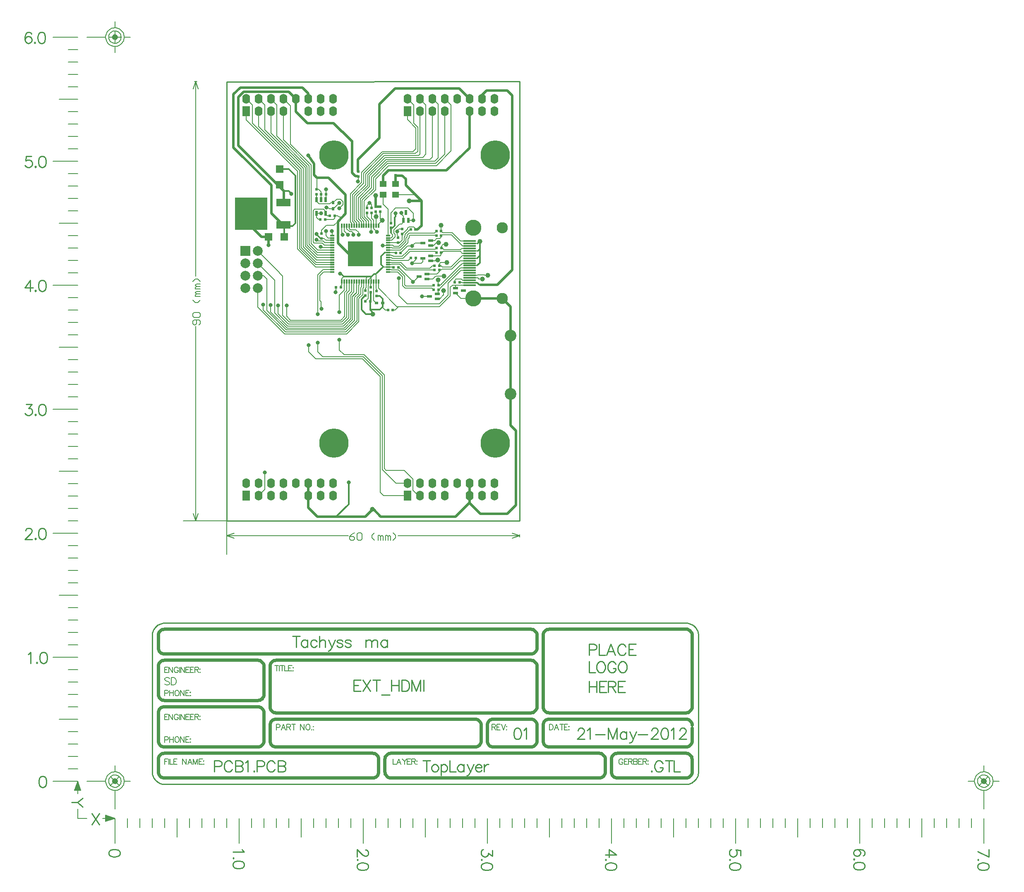
<source format=gtl>
%FSLAX44Y44*%
%MOMM*%
G71*
G01*
G75*
%ADD10R,0.5000X0.5000*%
%ADD11R,1.4000X1.2000*%
%ADD12R,0.5080X0.6350*%
%ADD13R,0.3000X0.9000*%
%ADD14R,0.9000X0.3000*%
%ADD15R,5.2000X5.2000*%
%ADD16R,1.6000X1.6000*%
%ADD17R,1.1000X0.6000*%
%ADD18R,6.7000X6.7000*%
%ADD19R,3.0000X1.6000*%
%ADD20R,2.6000X0.3000*%
%ADD21R,0.6350X0.5080*%
%ADD22R,0.6000X1.1000*%
%ADD23R,0.5000X1.0000*%
%ADD24C,0.5000*%
%ADD25C,0.3000*%
%ADD26C,0.2000*%
%ADD27C,0.2286*%
%ADD28C,0.6350*%
%ADD29C,0.2540*%
%ADD30C,0.2032*%
%ADD31C,0.2500*%
%ADD32C,0.1270*%
%ADD33C,0.1524*%
%ADD34C,2.4000*%
%ADD35R,1.6000X2.0000*%
%ADD36O,1.6000X2.0000*%
%ADD37C,6.0000*%
%ADD38C,2.3000*%
%ADD39C,3.3000*%
%ADD40C,2.0000*%
%ADD41R,2.0000X2.0000*%
%ADD42C,0.8000*%
%ADD43C,1.0000*%
D10*
X2255948Y2513648D02*
D03*
Y2523648D02*
D03*
X2246948Y2513648D02*
D03*
Y2523648D02*
D03*
X2228448Y2588648D02*
D03*
Y2598648D02*
D03*
X2398698Y2441648D02*
D03*
X2388698D02*
D03*
X2435948Y2371648D02*
D03*
X2425948D02*
D03*
X2318198Y2470398D02*
D03*
Y2480398D02*
D03*
X2183198Y2361648D02*
D03*
X2193198D02*
D03*
X2254448Y2351148D02*
D03*
Y2361148D02*
D03*
X2315448Y2431898D02*
D03*
X2305448D02*
D03*
X2295448Y2492898D02*
D03*
Y2482898D02*
D03*
X2170448Y2508148D02*
D03*
X2180448D02*
D03*
X2153198Y2471648D02*
D03*
Y2461648D02*
D03*
X2309698Y2453148D02*
D03*
Y2463148D02*
D03*
X2300698Y2402398D02*
D03*
X2310698D02*
D03*
X2243198Y2332898D02*
D03*
X2253198D02*
D03*
X2243448Y2354398D02*
D03*
Y2344398D02*
D03*
X2266448Y2353398D02*
D03*
Y2343398D02*
D03*
X2160948Y2499898D02*
D03*
X2150948D02*
D03*
X2143198Y2561898D02*
D03*
Y2551898D02*
D03*
X2152448Y2552148D02*
D03*
X2162448D02*
D03*
X2394448Y2396648D02*
D03*
X2384448D02*
D03*
X2394448Y2405648D02*
D03*
X2384448D02*
D03*
X2398448Y2466898D02*
D03*
X2388448D02*
D03*
X2304698Y2590648D02*
D03*
Y2600648D02*
D03*
X2273948Y2526398D02*
D03*
Y2516398D02*
D03*
X2264698Y2526648D02*
D03*
Y2516648D02*
D03*
X2299448Y2314648D02*
D03*
X2289448D02*
D03*
X2346448Y2421648D02*
D03*
X2336448D02*
D03*
X2345948Y2479648D02*
D03*
X2335948D02*
D03*
X2388448Y2476648D02*
D03*
X2398448D02*
D03*
X2383198Y2365648D02*
D03*
X2393198D02*
D03*
X2388448Y2432398D02*
D03*
X2398448D02*
D03*
X2383198Y2356648D02*
D03*
X2393198D02*
D03*
D11*
X2304698Y2573148D02*
D03*
Y2551148D02*
D03*
X2279298D02*
D03*
Y2573148D02*
D03*
D12*
X2177448Y2522198D02*
D03*
Y2534898D02*
D03*
D13*
X2245198Y2372898D02*
D03*
X2195198D02*
D03*
X2250198D02*
D03*
X2265197D02*
D03*
X2255197D02*
D03*
X2195198Y2487198D02*
D03*
X2200198Y2487198D02*
D03*
X2205198D02*
D03*
X2210198D02*
D03*
X2215198D02*
D03*
X2220198D02*
D03*
X2225198D02*
D03*
X2230198D02*
D03*
X2235198D02*
D03*
X2240198D02*
D03*
X2245198D02*
D03*
X2250198D02*
D03*
X2255197D02*
D03*
X2260197D02*
D03*
X2265197D02*
D03*
X2270197D02*
D03*
X2270197Y2372898D02*
D03*
X2260197D02*
D03*
X2240198D02*
D03*
X2235198D02*
D03*
X2230198D02*
D03*
X2225198D02*
D03*
X2220198D02*
D03*
X2215198D02*
D03*
X2210198D02*
D03*
X2205198D02*
D03*
X2200198D02*
D03*
D14*
X2175548Y2457548D02*
D03*
X2289848Y2462548D02*
D03*
Y2432548D02*
D03*
Y2402548D02*
D03*
Y2427548D02*
D03*
X2175548Y2392548D02*
D03*
Y2397548D02*
D03*
Y2402548D02*
D03*
Y2407548D02*
D03*
Y2412548D02*
D03*
Y2417548D02*
D03*
Y2422548D02*
D03*
Y2427548D02*
D03*
Y2432548D02*
D03*
Y2437548D02*
D03*
Y2442548D02*
D03*
Y2447548D02*
D03*
Y2452548D02*
D03*
Y2462548D02*
D03*
Y2467548D02*
D03*
X2289848D02*
D03*
Y2457548D02*
D03*
Y2452548D02*
D03*
Y2447548D02*
D03*
Y2442548D02*
D03*
Y2437548D02*
D03*
Y2422548D02*
D03*
Y2417548D02*
D03*
Y2412548D02*
D03*
Y2407548D02*
D03*
Y2397548D02*
D03*
Y2392548D02*
D03*
D15*
X2232698Y2430048D02*
D03*
D16*
X2044948Y2464648D02*
D03*
X2076948D02*
D03*
X2067698Y2603398D02*
D03*
Y2571398D02*
D03*
D17*
X2376698Y2446898D02*
D03*
Y2456898D02*
D03*
X2360698Y2451898D02*
D03*
X2427698Y2359898D02*
D03*
Y2349898D02*
D03*
X2443698Y2354898D02*
D03*
X2369448Y2378398D02*
D03*
X2376698Y2415898D02*
D03*
X2360698Y2420898D02*
D03*
X2376698Y2425898D02*
D03*
X2374448Y2342648D02*
D03*
X2390448Y2347648D02*
D03*
Y2337648D02*
D03*
X2353448Y2383398D02*
D03*
X2369448Y2388398D02*
D03*
D18*
X2009448Y2512148D02*
D03*
D19*
X2075948Y2535148D02*
D03*
Y2489148D02*
D03*
D20*
X2456348Y2450898D02*
D03*
Y2365898D02*
D03*
Y2370898D02*
D03*
Y2425898D02*
D03*
Y2455898D02*
D03*
Y2445898D02*
D03*
Y2385898D02*
D03*
Y2435898D02*
D03*
Y2440898D02*
D03*
Y2395898D02*
D03*
Y2400898D02*
D03*
Y2390898D02*
D03*
Y2380898D02*
D03*
Y2410898D02*
D03*
Y2420898D02*
D03*
Y2415898D02*
D03*
Y2405898D02*
D03*
Y2430898D02*
D03*
Y2375898D02*
D03*
D21*
X2278698Y2329148D02*
D03*
X2265998D02*
D03*
D22*
X2326448Y2514898D02*
D03*
X2331448Y2498898D02*
D03*
X2321448D02*
D03*
D23*
X2162198Y2512898D02*
D03*
X2143198D02*
D03*
X2162198Y2540898D02*
D03*
X2152698D02*
D03*
X2143198D02*
D03*
D24*
X2540698Y2078348D02*
Y2321398D01*
X2456398Y1919698D02*
Y1960148D01*
X2126198Y1909898D02*
Y1960148D01*
X2144608Y1891488D02*
X2242788D01*
X2427738D02*
X2456398Y1920148D01*
X2274858Y1891488D02*
X2427738D01*
X2259948Y1906398D02*
X2274858Y1891488D01*
X2257948Y1906398D02*
X2259948D01*
X2215698Y2596148D02*
Y2660898D01*
X2124448Y2697648D02*
X2177948D01*
X2195448Y2680648D02*
X2215698Y2660398D01*
X2177948Y2697648D02*
X2195698Y2679898D01*
X1982948Y2651648D02*
X2076198Y2558398D01*
Y2534398D02*
Y2558398D01*
X2326033Y2570313D02*
X2357948Y2538398D01*
X2304698Y2573148D02*
Y2590648D01*
X2333198Y2538648D02*
X2357698D01*
X2304698Y2590648D02*
X2304948Y2590398D01*
X2345948Y2479648D02*
X2349698D01*
X2357948Y2487898D01*
Y2538398D01*
X2326033Y2570313D02*
Y2583313D01*
X2318948Y2590398D02*
X2326033Y2583313D01*
X2304948Y2590398D02*
X2318948D01*
X2466448Y2338398D02*
X2523698D01*
X2522948Y2338998D02*
X2523548Y2338398D01*
X2540698Y2078348D02*
X2551148Y2067898D01*
Y1915348D02*
Y2067898D01*
X2523698Y2338398D02*
X2540698Y2321398D01*
X2522948Y2338998D02*
Y2339148D01*
X2533448Y1897648D02*
X2551148Y1915348D01*
X2478448Y1897648D02*
X2533448D01*
X2456398Y1919698D02*
X2478448Y1897648D01*
X2044948Y2448148D02*
Y2464898D01*
X2187198Y2496398D02*
X2202948Y2512148D01*
X2187198Y2451648D02*
Y2496398D01*
X2143948Y2585898D02*
X2168198D01*
X2155448D02*
X2155698Y2585648D01*
X2208948Y2429898D02*
X2233198D01*
X2187198Y2451648D02*
X2208948Y2429898D01*
X2222698Y2589148D02*
X2227448D01*
X2215698Y2596148D02*
X2222698Y2589148D01*
X2229448Y2624648D02*
X2271698Y2666898D01*
X2228198Y2598148D02*
Y2623398D01*
X2229733Y2624933D01*
X2227448Y2589148D02*
X2227948Y2588648D01*
X2271698Y2666898D02*
Y2736148D01*
X2304448Y2768898D01*
X2435348D01*
X2456398Y2747848D01*
Y2747548D02*
Y2747848D01*
X2100798Y2721298D02*
X2124448Y2697648D01*
X2100798Y2721298D02*
Y2747548D01*
X2126198D02*
Y2758398D01*
X2151598Y2747548D02*
Y2747798D01*
X2273698Y2526648D02*
X2273948Y2526398D01*
X2264698Y2526648D02*
X2273698D01*
X2264698D02*
Y2549648D01*
X2289448Y2600398D02*
X2289698Y2600648D01*
X2304698D01*
X2304198D02*
X2409198D01*
X2456398Y2646848D02*
Y2722148D01*
X2409198Y2600648D02*
X2456398Y2646848D01*
X2279298Y2573148D02*
Y2590248D01*
X2289448Y2600398D01*
X2543948Y2396648D02*
Y2754398D01*
X2533698Y2764648D02*
X2543948Y2754398D01*
X2478698Y2366398D02*
X2513698D01*
X2543948Y2396648D01*
X2491698Y2764648D02*
X2533698D01*
X2481798Y2754748D02*
X2491698Y2764648D01*
X2481798Y2747548D02*
Y2754748D01*
X2242788Y1891488D02*
X2258198Y1906898D01*
X2126198Y1909898D02*
X2144608Y1891488D01*
X2202948Y2512148D02*
Y2551148D01*
X2168198Y2585898D02*
X2202948Y2551148D01*
X2137948Y2591898D02*
X2143948Y2585898D01*
X2137948Y2591898D02*
Y2614426D01*
X2030448Y2464648D02*
X2044948D01*
X2009448Y2485648D02*
X2030448Y2464648D01*
X2009448Y2485648D02*
Y2512148D01*
X2050698Y2512898D02*
X2074698Y2488898D01*
X2050698Y2512898D02*
Y2570148D01*
X1973448Y2647398D02*
X2050698Y2570148D01*
X1973448Y2647398D02*
Y2756398D01*
X1987448Y2770398D01*
X2114198D01*
X2126198Y2758398D01*
X1982948Y2651648D02*
Y2751148D01*
X1993948Y2762148D01*
X2086198D01*
X2100798Y2747548D01*
X2126448Y2631648D02*
X2137948Y2614426D01*
D25*
X2278698Y2321398D02*
Y2337648D01*
X2257698Y2306148D02*
Y2310648D01*
X2253198Y2315148D02*
Y2332898D01*
X2244448Y2306148D02*
X2258198D01*
X2253198Y2315398D02*
X2272698D01*
X2257698Y2307498D02*
X2258198Y2306148D01*
X2183448Y1891488D02*
Y1891648D01*
X2076198Y2558398D02*
X2086448D01*
X2477698Y2411648D02*
Y2455398D01*
X2473698Y2435898D02*
X2477698Y2439898D01*
X2471698Y2420898D02*
X2477698Y2426898D01*
X2295448Y2473398D02*
Y2482898D01*
X2294948D02*
X2298698D01*
X2261066Y2388148D02*
X2264698D01*
X2199448Y2383030D02*
X2255948D01*
X2283299Y2432399D02*
X2283448Y2432548D01*
X2275448Y2425148D02*
X2282699Y2432399D01*
X2283299D01*
X2275448Y2407648D02*
Y2425148D01*
X2264698Y2388148D02*
X2279698Y2403148D01*
X2255948Y2383030D02*
X2261066Y2388148D01*
X2193329Y2389148D02*
X2199448Y2383030D01*
X2275448Y2407648D02*
X2279698Y2403398D01*
X2191948Y2389148D02*
X2193329D01*
X2304948Y2506148D02*
Y2512898D01*
X2298698Y2482898D02*
X2303448Y2487648D01*
Y2504648D01*
X2304948Y2506148D01*
X2272698Y2315398D02*
X2278698Y2321398D01*
X2253198Y2315148D02*
X2257698Y2310648D01*
X2235198Y2315398D02*
Y2336648D01*
Y2315398D02*
X2244448Y2306148D01*
X2304448Y2600398D02*
X2304698Y2600648D01*
X2456348Y2370898D02*
X2472198D01*
X2476698Y2366398D01*
X2478698D01*
X2272698Y2343648D02*
X2278698Y2337648D01*
X2266448Y2343648D02*
X2272698D01*
X2208948Y1917148D02*
Y1961648D01*
X2183448Y1891648D02*
X2208948Y1917148D01*
X2067698Y2603398D02*
X2086448D01*
X2099698Y2590148D01*
Y2492398D02*
Y2590148D01*
X2093948Y2486648D02*
X2099698Y2492398D01*
X2076948Y2486648D02*
X2093948D01*
X2074448Y2489148D02*
X2076948Y2486648D01*
Y2464648D02*
Y2486648D01*
X2235198Y2337148D02*
X2242448Y2344398D01*
X2254448Y2334148D02*
Y2351148D01*
X2253198Y2332898D02*
X2254448Y2334148D01*
X2266448Y2343398D02*
Y2343648D01*
X2242448Y2344398D02*
X2243448D01*
X2471948Y2405898D02*
X2477698Y2411648D01*
X2472448Y2450898D02*
X2476948Y2455398D01*
X2086448Y2558398D02*
X2091948Y2552898D01*
X2143198Y2469898D02*
X2151448Y2461648D01*
D26*
X2037198Y1947048D02*
Y1982398D01*
X2024898Y1934748D02*
X2037198Y1947048D01*
X2024598Y1934748D02*
X2024898D01*
X2381048Y2747548D02*
X2392448Y2736148D01*
Y2626055D02*
Y2736148D01*
X2380198Y2747548D02*
X2381048D01*
X2313198Y2453148D02*
X2318198Y2458148D01*
X2309097Y2452548D02*
X2309862Y2453313D01*
X2313362D01*
X2290448Y2452548D02*
X2309097D01*
X2329448Y2482398D02*
X2332448Y2485398D01*
X2319448Y2470398D02*
X2329448Y2480398D01*
Y2482398D01*
X2332448Y2485398D02*
X2342198D01*
X2318198Y2470398D02*
X2319448D01*
X2318198Y2458148D02*
Y2468898D01*
X2456348Y2435898D02*
X2473698D01*
X2295984Y2462548D02*
X2298698Y2465262D01*
X2295948Y2462898D02*
X2296334D01*
X2295448Y2472491D02*
Y2476648D01*
Y2472491D02*
X2298698Y2469241D01*
Y2465262D02*
Y2469241D01*
X2291198Y2462548D02*
X2295984D01*
X2301448Y2479148D02*
X2304948Y2482648D01*
Y2482648D01*
X2283098Y2432548D02*
X2304048D01*
X2280348Y2402548D02*
X2300548D01*
X2250198Y2376898D02*
X2261448Y2388148D01*
X2245198Y2360648D02*
Y2380148D01*
X2195198Y2366648D02*
Y2379148D01*
X2279698Y2403398D02*
X2280548Y2402548D01*
X2255198Y2369398D02*
Y2381898D01*
X2245198Y2380148D02*
X2248079Y2383030D01*
X2175548Y2467548D02*
Y2475798D01*
X2174948Y2476398D02*
X2175548Y2475798D01*
X2174698Y2476398D02*
X2174948D01*
X2265197Y2358741D02*
Y2387648D01*
X2266448Y2353398D02*
Y2357491D01*
X2265197Y2358741D02*
X2266448Y2357491D01*
X2324791Y2359648D02*
X2379198D01*
X2382198Y2356648D02*
X2383198D01*
X2379198Y2359648D02*
X2382198Y2356648D01*
X2199079Y2383030D02*
X2199448D01*
X2260197Y2481898D02*
Y2498398D01*
X2255197Y2474898D02*
Y2497742D01*
X2289848Y2447548D02*
X2299298D01*
X2290048Y2447148D02*
X2290448Y2447548D01*
X2278448Y2447148D02*
X2290048D01*
X2255197Y2474898D02*
X2255448Y2474648D01*
X2260197Y2481898D02*
X2266948Y2475148D01*
X2190198Y2232898D02*
Y2253898D01*
Y2232898D02*
X2199948Y2223148D01*
X2240698D01*
X2281948Y2181898D01*
Y1990398D02*
Y2181898D01*
Y1990398D02*
X2285698Y1986648D01*
X2323198D01*
X2340948Y1968898D01*
Y1945398D02*
Y1968898D01*
Y1945398D02*
X2351598Y1934748D01*
X2354798D01*
X2305948Y1960148D02*
X2329398D01*
X2277948Y1988148D02*
Y2179898D01*
Y1988148D02*
X2305948Y1960148D01*
X2238948Y2218898D02*
X2277948Y2179898D01*
X2155698Y2218898D02*
X2238948D01*
X2145448Y2229148D02*
X2155698Y2218898D01*
X2145448Y2229148D02*
Y2247648D01*
X2141448Y2214898D02*
X2237198D01*
X2273948Y1941398D02*
Y2178148D01*
X2237198Y2214898D02*
X2273948Y2178148D01*
X2127198Y2229148D02*
X2141448Y2214898D01*
X2127198Y2229148D02*
Y2243148D01*
X2145698Y2304648D02*
Y2386398D01*
X2152948Y2318898D02*
Y2331398D01*
X2149873Y2334473D02*
X2152948Y2331398D01*
Y2318898D02*
X2153448Y2318398D01*
Y2317148D02*
Y2318398D01*
X2189948Y2308898D02*
Y2345369D01*
X2149698Y2334648D02*
Y2384741D01*
X2157504Y2392548D01*
X2175548D01*
X2145698Y2386398D02*
X2156848Y2397548D01*
X2175548D01*
X2189948Y2345369D02*
X2200198Y2355619D01*
Y2372898D01*
X2182448Y2351398D02*
X2183198Y2352148D01*
Y2361648D01*
X2273948Y1941398D02*
X2280598Y1934748D01*
X2329398D01*
X2219698Y2372398D02*
X2220448Y2373148D01*
X2213198Y2345648D02*
X2219698Y2352148D01*
X2213198Y2296776D02*
Y2345648D01*
X2219698Y2352148D02*
Y2372398D01*
X2209198Y2347398D02*
X2214948Y2353148D01*
X2209198Y2298432D02*
Y2347398D01*
X2214948Y2353148D02*
Y2372648D01*
X2215198Y2372898D01*
X2230198Y2366084D02*
Y2372898D01*
X2229448Y2365398D02*
X2230198Y2366148D01*
X2229448Y2349076D02*
Y2365398D01*
X2221198Y2340826D02*
X2229448Y2349076D01*
X2221198Y2293462D02*
Y2340826D01*
X2229511Y2365398D02*
X2230198Y2366084D01*
X2195198Y2470398D02*
X2196948Y2468648D01*
X2195198Y2470398D02*
Y2487198D01*
X2200198Y2476398D02*
X2207948Y2468648D01*
X2200198Y2476398D02*
Y2487198D01*
X2210698Y2475398D02*
X2215448D01*
X2218698Y2468648D02*
Y2472148D01*
X2215448Y2475398D02*
X2218698Y2472148D01*
X2205198Y2480898D02*
Y2486898D01*
Y2480898D02*
X2210698Y2475398D01*
X2212448Y2479398D02*
X2223698D01*
X2210198Y2481648D02*
X2212448Y2479398D01*
X2210198Y2481648D02*
Y2487198D01*
X2223698Y2479398D02*
X2229448Y2473648D01*
Y2468648D02*
Y2473648D01*
X2189908Y2504938D02*
X2195737D01*
X2227698Y2578148D02*
X2228448Y2578898D01*
Y2588648D01*
X2255948Y2523648D02*
Y2530398D01*
X2252448Y2533898D02*
X2255948Y2530398D01*
X2251448Y2533898D02*
X2252448D01*
X2246948Y2529398D02*
X2251448Y2533898D01*
X2246948Y2523648D02*
Y2529398D01*
X2329398Y2704791D02*
Y2722148D01*
Y2704791D02*
X2346448Y2687741D01*
Y2644898D02*
Y2687741D01*
X2340948Y2639398D02*
X2346448Y2644898D01*
X2278198Y2639398D02*
X2340948D01*
X2235948Y2597148D02*
X2278198Y2639398D01*
X2235948Y2576398D02*
Y2597148D01*
X2212698Y2553148D02*
X2235948Y2576398D01*
X2212698Y2494987D02*
Y2553148D01*
Y2494987D02*
X2215198Y2492487D01*
Y2487198D02*
Y2492487D01*
X2350448Y2639898D02*
Y2689398D01*
X2329398Y2747548D02*
X2342448Y2734498D01*
Y2697398D02*
Y2734498D01*
Y2697398D02*
X2350448Y2689398D01*
X2345948Y2635398D02*
X2350448Y2639898D01*
X2279948Y2635398D02*
X2345948D01*
X2239948Y2595398D02*
X2279948Y2635398D01*
X2239948Y2574648D02*
Y2595398D01*
X2216698Y2551398D02*
X2239948Y2574648D01*
X2216698Y2496644D02*
Y2551398D01*
Y2496644D02*
X2220198Y2493144D01*
Y2487198D02*
Y2493144D01*
X2243948Y2571648D02*
Y2593398D01*
X2220698Y2498300D02*
Y2548398D01*
X2354798Y2633998D02*
Y2722148D01*
X2352198Y2631398D02*
X2354798Y2633998D01*
X2281948Y2631398D02*
X2352198D01*
X2243948Y2593398D02*
X2281948Y2631398D01*
X2220698Y2548398D02*
X2243948Y2571648D01*
X2220698Y2498300D02*
X2225198Y2493800D01*
Y2487198D02*
Y2493800D01*
X2246948Y2505991D02*
Y2513648D01*
X2283698Y2627398D02*
X2360948D01*
X2367198Y2633648D02*
Y2735148D01*
X2360948Y2627398D02*
X2367198Y2633648D01*
X2354798Y2747548D02*
X2367198Y2735148D01*
X2247948Y2591648D02*
X2283698Y2627398D01*
X2247948Y2569648D02*
Y2591648D01*
X2224698Y2546398D02*
X2247948Y2569648D01*
X2224698Y2499957D02*
Y2546398D01*
Y2499957D02*
X2230198Y2494457D01*
Y2487198D02*
Y2494457D01*
X2380198Y2628398D02*
Y2721648D01*
X2375198Y2623398D02*
X2380198Y2628398D01*
X2285448Y2623398D02*
X2375198D01*
X2251948Y2589898D02*
X2285448Y2623398D01*
X2251948Y2567898D02*
Y2589898D01*
X2228698Y2544648D02*
X2251948Y2567898D01*
X2228698Y2501614D02*
Y2544648D01*
Y2501614D02*
X2235198Y2495114D01*
Y2487198D02*
Y2495114D01*
X2385791Y2619398D02*
X2392448Y2626055D01*
X2287791Y2619398D02*
X2385791D01*
X2380198Y2748148D02*
X2380341Y2748292D01*
X2255948Y2587648D02*
X2271281Y2602982D01*
X2271375D01*
X2287791Y2619398D01*
X2289041Y2614991D02*
X2387041D01*
X2259948Y2585898D02*
X2289041Y2614991D01*
X2255948Y2565398D02*
Y2587648D01*
X2232698Y2542148D02*
X2255948Y2565398D01*
X2232698Y2503271D02*
Y2542148D01*
Y2503271D02*
X2240198Y2495771D01*
Y2487198D02*
Y2495771D01*
X2405698Y2633648D02*
Y2722648D01*
X2387041Y2614991D02*
X2405698Y2633648D01*
X2405448Y2722398D02*
X2405698Y2722648D01*
X2259948Y2562898D02*
Y2585898D01*
X2236698Y2539648D02*
X2259948Y2562898D01*
X2236698Y2504928D02*
Y2539648D01*
Y2504928D02*
X2245198Y2496428D01*
Y2487198D02*
Y2496428D01*
X2405598Y2747548D02*
X2418698Y2734448D01*
Y2640398D02*
Y2734448D01*
X2388698Y2610398D02*
X2418698Y2640398D01*
X2290948Y2610398D02*
X2388698D01*
X2263948Y2583398D02*
X2290948Y2610398D01*
X2263948Y2561148D02*
Y2583398D01*
X2240948Y2538148D02*
X2263948Y2561148D01*
X2240948Y2506335D02*
Y2538148D01*
Y2506335D02*
X2250198Y2497085D01*
Y2487198D02*
Y2497085D01*
X2246948Y2505991D02*
X2255197Y2497742D01*
X2255948Y2502648D02*
Y2513648D01*
Y2502648D02*
X2260197Y2498398D01*
X2225198Y2350482D02*
Y2372898D01*
X2224948Y2350648D02*
X2225198D01*
X2217698Y2343148D02*
X2225198Y2350648D01*
X2089389Y2293898D02*
X2193350D01*
X2082198Y2301898D02*
X2090198Y2293898D01*
X2082198Y2301898D02*
Y2324148D01*
X2068070Y2303903D02*
X2086075Y2285898D01*
X2064698Y2307276D02*
X2068070Y2303903D01*
X2064698Y2307276D02*
Y2324148D01*
X2041448Y2313555D02*
Y2378648D01*
X2035248Y2384848D02*
X2041448Y2378648D01*
X2022848Y2384848D02*
X2035248D01*
X2049698Y2310962D02*
X2082761Y2277898D01*
X2049698Y2310962D02*
Y2324898D01*
X2217698Y2342983D02*
Y2343148D01*
Y2342983D02*
X2225198Y2350482D01*
X2067448Y2390898D02*
X2073948Y2384398D01*
X2022848Y2435648D02*
X2066898Y2391598D01*
X2073948Y2303682D02*
Y2384398D01*
X2073965Y2303665D02*
X2087732Y2289898D01*
X2041448Y2313555D02*
X2081104Y2273898D01*
X2034448Y2314898D02*
Y2325648D01*
Y2314898D02*
X2079448Y2269898D01*
X2022848Y2320748D02*
Y2359448D01*
X2193350Y2293898D02*
X2201198Y2301746D01*
Y2350962D01*
X2205198Y2354962D01*
Y2372898D01*
X2087732Y2289898D02*
X2195007D01*
X2205198Y2300089D01*
Y2349305D01*
X2210198Y2354305D01*
Y2372898D01*
X2086075Y2285898D02*
X2196664D01*
X2209198Y2298432D01*
X2022848Y2410248D02*
X2057698Y2375398D01*
Y2308619D02*
Y2375398D01*
Y2308619D02*
X2084418Y2281898D01*
X2198320D01*
X2213198Y2296776D01*
X2082761Y2277898D02*
X2199977D01*
X2217198Y2295119D01*
Y2342898D01*
X2224948Y2350648D01*
X2081104Y2273898D02*
X2201634D01*
X2221198Y2293462D01*
X2233948Y2347919D02*
Y2361398D01*
X2079448Y2269898D02*
X2203291D01*
X2225948Y2292555D01*
Y2339919D01*
X2233948Y2347919D01*
X2237948Y2346262D02*
Y2359148D01*
X2022848Y2320748D02*
X2077698Y2265898D01*
X2204948D01*
X2229948Y2290898D01*
Y2338262D01*
X2237948Y2346262D01*
X2338948Y2446398D02*
X2344448Y2451898D01*
X2360698D01*
X2419198Y2469148D02*
X2442448Y2445898D01*
X2398448Y2466898D02*
X2400698Y2469148D01*
X2419198D01*
X2397948Y2477148D02*
X2401948Y2473148D01*
X2420948D01*
X2423605Y2470491D01*
Y2470398D02*
Y2470491D01*
X2388698Y2452398D02*
X2392948D01*
X2383198Y2446898D02*
X2388698Y2452398D01*
X2376698Y2446898D02*
X2383198D01*
X2397948Y2477148D02*
Y2488148D01*
X2398448Y2464148D02*
Y2466898D01*
X2395198Y2460898D02*
X2398448Y2464148D01*
X2389198Y2460898D02*
X2395198D01*
X2385198Y2456898D02*
X2389198Y2460898D01*
X2376698Y2456898D02*
X2385198D01*
X2386948Y2468398D02*
X2388448Y2466898D01*
X2334604Y2468398D02*
X2386948D01*
X2332948Y2466741D02*
X2334604Y2468398D01*
X2332948Y2463148D02*
Y2466741D01*
X2330541Y2460741D02*
X2332948Y2463148D01*
Y2472398D02*
X2384198D01*
X2388448Y2476648D01*
X2440063Y2440898D02*
X2456348D01*
X2400948Y2441648D02*
X2403948Y2438648D01*
X2437812D02*
X2440063Y2440898D01*
X2403948Y2438648D02*
X2437812D01*
X2398948Y2441648D02*
X2400948D01*
X2402698Y2434648D02*
X2437943D01*
X2400448Y2432398D02*
X2402698Y2434648D01*
X2437946Y2434650D02*
X2441698Y2430898D01*
X2398448Y2432398D02*
X2400448D01*
X2441698Y2430898D02*
X2456348D01*
X2398698Y2441648D02*
Y2445398D01*
X2398448Y2432398D02*
X2398698Y2432148D01*
X2402698Y2449398D02*
X2408198D01*
X2398698Y2445398D02*
X2402698Y2449398D01*
X2339198Y2410648D02*
X2346448Y2417898D01*
Y2421648D01*
X2339198Y2410648D02*
X2357448D01*
X2360698Y2413898D01*
Y2420898D01*
X2398448Y2427898D02*
Y2432398D01*
X2396448Y2425898D02*
X2398448Y2427898D01*
X2376698Y2425898D02*
X2396448D01*
X2389698Y2415898D02*
X2391448Y2417648D01*
X2376698Y2415898D02*
X2389698D01*
X2298548Y2420548D02*
X2320098D01*
X2385948Y2434898D02*
X2388448Y2432398D01*
X2334448Y2434898D02*
X2385948D01*
X2320098Y2420548D02*
X2334448Y2434898D01*
X2385948Y2438898D02*
X2388698Y2441648D01*
X2332698Y2438898D02*
X2385948D01*
X2327448Y2433648D02*
X2332698Y2438898D01*
X2327448Y2433555D02*
Y2433648D01*
X2296798Y2416548D02*
X2331348D01*
X2336448Y2421648D01*
X2327698Y2400648D02*
X2375198D01*
X2289848Y2412548D02*
X2315798D01*
X2327698Y2400648D01*
X2325698Y2396648D02*
X2384448D01*
X2297098Y2408548D02*
X2313798D01*
X2325698Y2396648D01*
X2397448Y2411898D02*
X2409698D01*
X2394448Y2408898D02*
X2397448Y2411898D01*
X2394448Y2405648D02*
Y2408898D01*
X2437104Y2415898D02*
X2456348D01*
X2419869Y2398320D02*
X2437448Y2415898D01*
X2400119Y2398320D02*
X2419869D01*
X2398448Y2396648D02*
X2400119Y2398320D01*
X2394448Y2396648D02*
X2398448D01*
X2418778Y2403228D02*
X2441948Y2426398D01*
X2418714Y2403164D02*
X2418778Y2403228D01*
X2400868D02*
X2418778D01*
X2418714Y2403164D02*
X2418778Y2403228D01*
X2398448Y2405648D02*
X2400868Y2403228D01*
X2394448Y2405648D02*
X2398448D01*
X2380198D02*
X2384448D01*
X2375198Y2400648D02*
X2380198Y2405648D01*
X2369698Y2388648D02*
X2389948D01*
X2394448Y2393148D01*
Y2396648D01*
X2387198Y2384648D02*
X2403948D01*
X2380948Y2378398D02*
X2387198Y2384648D01*
X2369448Y2378398D02*
X2380948D01*
X2311698Y2402398D02*
X2339948Y2374148D01*
X2342948D02*
X2352198Y2383398D01*
X2339948Y2374148D02*
X2342948D01*
X2374198Y2342398D02*
X2374448Y2342648D01*
X2359448Y2342398D02*
X2374198D01*
X2403448Y2345398D02*
Y2354648D01*
X2395198Y2337648D02*
X2403448Y2345898D01*
X2392448Y2366398D02*
X2393448Y2365398D01*
X2393198Y2365648D02*
X2396794D01*
X2392448Y2366398D02*
Y2376398D01*
X2402771Y2371696D02*
X2438948Y2407648D01*
X2398698Y2367648D02*
X2402771Y2371696D01*
X2402794Y2371648D02*
X2402819D01*
X2396794Y2365648D02*
X2402794Y2371648D01*
X2400076Y2363271D02*
X2437854Y2400898D01*
X2398698Y2361898D02*
X2400076Y2363271D01*
X2393698Y2356648D02*
X2400198Y2363148D01*
X2393198Y2356648D02*
X2393698D01*
X2326448Y2363648D02*
X2381448D01*
X2390448Y2337648D02*
X2395198D01*
X2392448Y2349148D02*
Y2355898D01*
X2390948Y2347648D02*
X2392448Y2349148D01*
X2390448Y2347648D02*
X2390948D01*
X2319291Y2365148D02*
X2324791Y2359648D01*
X2381448Y2363648D02*
X2382198Y2364398D01*
X2319198Y2365148D02*
X2319291D01*
X2307948Y2321648D02*
X2394948D01*
X2416948Y2343648D01*
X2303948Y2314648D02*
X2310698Y2321398D01*
X2269948Y2359648D02*
X2307948Y2321648D01*
X2299448Y2314648D02*
X2303948D01*
X2396198Y2322898D02*
X2416948Y2343648D01*
X2328948Y2327148D02*
X2394791D01*
X2413482Y2370868D02*
X2438511Y2395898D01*
X2412948Y2370334D02*
X2413482Y2370868D01*
X2412948Y2345305D02*
Y2370334D01*
Y2370334D02*
X2413482Y2370868D01*
X2394791Y2327148D02*
X2412948Y2345305D01*
X2421698Y2365898D02*
X2456348D01*
X2416948Y2361148D02*
X2421698Y2365898D01*
X2416948Y2343648D02*
Y2361148D01*
X2304448Y2550898D02*
X2345198D01*
X2341448Y2498148D02*
Y2512648D01*
X2330448Y2523648D02*
X2341448Y2512648D01*
X2289848Y2467548D02*
Y2521348D01*
X2279298Y2531898D02*
X2289848Y2521348D01*
X2279298Y2531898D02*
Y2551148D01*
X2265197Y2487198D02*
Y2516148D01*
X2264698Y2516648D02*
X2265197Y2516148D01*
X2273948Y2502148D02*
X2277698Y2498398D01*
X2273948Y2502148D02*
Y2516398D01*
X2270197Y2490898D02*
X2277698Y2498398D01*
X2283698Y2314648D02*
X2289448D01*
X2278698Y2319648D02*
X2283698Y2314648D01*
X2278698Y2319648D02*
Y2321398D01*
X2440948Y2370898D02*
X2456348D01*
X2440198Y2371648D02*
X2440948Y2370898D01*
X2435948Y2371648D02*
X2440198D01*
X2441948Y2375898D02*
X2456348D01*
X2439948Y2377898D02*
X2441948Y2375898D01*
X2428698Y2377898D02*
X2439948D01*
X2425948Y2375148D02*
X2428698Y2377898D01*
X2425948Y2371648D02*
Y2375148D01*
X2438698Y2338398D02*
X2463948D01*
X2427698Y2349398D02*
X2438698Y2338398D01*
X2427698Y2349398D02*
Y2349898D01*
Y2359898D02*
Y2365648D01*
X2311698Y2344398D02*
Y2380898D01*
Y2344398D02*
X2328948Y2327148D01*
X2315448Y2431898D02*
X2329948Y2446398D01*
X2308448Y2468398D02*
Y2477398D01*
X2311448Y2480398D02*
X2318198D01*
X2308448Y2477398D02*
X2311448Y2480398D01*
X2321448Y2495148D02*
Y2506648D01*
X2317448Y2491148D02*
X2321448Y2495148D01*
X2313448Y2491148D02*
X2317448D01*
X2304948Y2482648D02*
X2313448Y2491148D01*
X2345948Y2479648D02*
Y2481648D01*
X2342198Y2485398D02*
X2345948Y2481648D01*
X2322541Y2464241D02*
X2324698Y2466398D01*
X2335698Y2479398D02*
X2335948Y2479648D01*
X2334198Y2479398D02*
X2335698D01*
X2324698Y2469898D02*
X2334198Y2479398D01*
X2324698Y2466398D02*
Y2469898D01*
X2322541Y2456398D02*
Y2464241D01*
X2328698Y2468148D02*
X2332948Y2472398D01*
X2326541Y2462491D02*
X2328698Y2464648D01*
Y2468148D01*
X2326541Y2454305D02*
Y2462491D01*
X2299298Y2447548D02*
X2301298Y2445548D01*
X2312127D02*
X2322541Y2455962D01*
X2301298Y2445548D02*
X2312127D01*
X2313784Y2441548D02*
X2326541Y2454305D01*
X2298548Y2441548D02*
X2313784D01*
X2297548Y2442548D02*
X2298548Y2441548D01*
X2289848Y2442548D02*
X2297548D01*
X2289848Y2437548D02*
X2315441D01*
X2330541Y2452648D02*
Y2460741D01*
X2315441Y2437548D02*
X2330541Y2452648D01*
X2260197Y2334398D02*
Y2372898D01*
Y2334398D02*
X2265448Y2329148D01*
X2248948Y2338898D02*
Y2365148D01*
X2243198Y2333148D02*
X2248948Y2338898D01*
X2243198Y2332898D02*
Y2333148D01*
X2235198Y2362648D02*
Y2372898D01*
X2233948Y2361398D02*
X2235198Y2362648D01*
X2240198Y2361398D02*
Y2372648D01*
X2237948Y2359148D02*
X2240198Y2361398D01*
X2243448Y2354648D02*
Y2358898D01*
X2245198Y2360648D01*
X2250198Y2366398D02*
Y2376898D01*
X2248948Y2365148D02*
X2250198Y2366398D01*
X2193198Y2364648D02*
X2195198Y2366648D01*
X2193198Y2361648D02*
Y2364648D01*
X2254448Y2368648D02*
X2255198Y2369398D01*
X2254448Y2361148D02*
Y2368648D01*
X2300548Y2402548D02*
X2300648Y2402648D01*
X2310698Y2402398D02*
X2311698D01*
X2323448Y2366648D02*
Y2384398D01*
X2296798Y2396548D02*
X2311298D01*
X2323448Y2384398D01*
X2289848Y2392548D02*
X2309548D01*
X2319198Y2365148D02*
Y2382898D01*
X2309548Y2392548D02*
X2319198Y2382898D01*
X2195198Y2379148D02*
X2199079Y2383030D01*
X2289848Y2397548D02*
X2295798D01*
X2329948Y2446398D02*
X2338948D01*
X2304048Y2432548D02*
X2304698Y2431898D01*
X2318441Y2424548D02*
X2327448Y2433555D01*
X2300548Y2424548D02*
X2318441D01*
X2298548Y2426548D02*
X2300548Y2424548D01*
X2296548Y2426548D02*
X2298548D01*
X2295548Y2427548D02*
X2296548Y2426548D01*
X2289848Y2427548D02*
X2295548D01*
X2289848Y2422548D02*
X2296548D01*
X2298548Y2420548D01*
X2295798Y2417548D02*
X2296798Y2416548D01*
X2289848Y2417548D02*
X2295798D01*
X2304948Y2523648D02*
X2330448D01*
X2295448Y2514148D02*
X2304948Y2523648D01*
X2295448Y2492898D02*
Y2514148D01*
X2297348Y2457548D02*
X2304198Y2464398D01*
X2301448Y2472148D02*
Y2479148D01*
Y2472148D02*
X2304198Y2469398D01*
Y2464398D02*
Y2469398D01*
X2289848Y2457548D02*
X2297348D01*
X2308448Y2468398D02*
X2309698Y2467148D01*
Y2463148D02*
Y2467148D01*
X2316448Y2511648D02*
X2321448Y2506648D01*
X2316448Y2511648D02*
Y2513898D01*
X2476948Y2455398D02*
X2477698D01*
X2456348Y2405898D02*
X2471948D01*
X2456348Y2420898D02*
X2471698D01*
X2456348Y2450898D02*
X2472448D01*
X2340698Y2498898D02*
X2341448Y2498148D01*
X2331448Y2498898D02*
X2340698D01*
X2295798Y2397548D02*
X2296798Y2396548D01*
X2323448Y2366648D02*
X2326448Y2363648D01*
X2289848Y2407548D02*
X2296098D01*
X2297098Y2408548D01*
X2289848Y2427548D02*
X2289854Y2427555D01*
X2265197Y2506148D02*
X2265198Y2506148D01*
X2178248Y2522198D02*
X2189948Y2533898D01*
X2177448Y2522198D02*
X2178248D01*
X2189948Y2533148D02*
Y2533648D01*
X2177448Y2534898D02*
X2184448Y2541898D01*
X2192198D01*
X2197198Y2536898D01*
Y2530648D02*
Y2536898D01*
X2189698Y2523148D02*
X2197198Y2530648D01*
X2186698Y2508148D02*
X2189908Y2504938D01*
X2180448Y2508148D02*
X2186698D01*
X2162448Y2552148D02*
X2162698Y2552398D01*
Y2562398D01*
X2162448Y2467398D02*
Y2476148D01*
X2167298Y2462548D02*
X2175548D01*
X2162448Y2467398D02*
X2167298Y2462548D01*
X2159955Y2452548D02*
X2175548D01*
X2176348Y2447548D02*
X2176448Y2447648D01*
X2159298Y2447548D02*
X2176348D01*
X2154298Y2442548D02*
X2175548D01*
X2152198Y2444648D02*
X2154298Y2442548D01*
X2151948Y2444648D02*
X2152198D01*
X2145946Y2437548D02*
X2175548D01*
X2145289Y2432548D02*
X2175548D01*
X2144632Y2427548D02*
X2175548D01*
X2175598Y2422548D02*
X2175698Y2422648D01*
X2143975Y2422548D02*
X2175598D01*
X2143318Y2417548D02*
X2175548D01*
X2142661Y2412548D02*
X2175548D01*
X2142005Y2407548D02*
X2175848D01*
X2141348Y2402548D02*
X2175548D01*
X2178948Y2488148D02*
X2187198Y2496398D01*
X2169448Y2521898D02*
X2177148D01*
X2166198Y2525148D02*
X2169448Y2521898D01*
X2163698Y2525148D02*
X2166198D01*
X2143198Y2512898D02*
X2152698D01*
X2162198Y2511398D02*
Y2516648D01*
Y2511398D02*
X2165448Y2508148D01*
X2170448D01*
X2143198Y2537148D02*
X2148198Y2532148D01*
X2170448D01*
X2173198Y2534898D01*
X2177448D01*
X2152448Y2540398D02*
Y2557148D01*
Y2540398D02*
X2152448Y2540398D01*
X2162448Y2540648D02*
Y2552148D01*
X2143948Y2562648D02*
Y2585898D01*
X2143198Y2561898D02*
X2143948Y2562648D01*
X2143198Y2561898D02*
X2147698D01*
X2152448Y2557148D01*
X2143198Y2551898D02*
X2143198Y2551898D01*
Y2540898D02*
Y2551898D01*
X2180448Y2502648D02*
Y2507898D01*
X2177698Y2499898D02*
X2180448Y2502648D01*
X2160948Y2499898D02*
X2177698D01*
X2143198Y2504148D02*
X2147448Y2499898D01*
X2143198Y2504148D02*
Y2512898D01*
X2136198Y2454148D02*
Y2517898D01*
X2157698Y2521148D02*
X2162198Y2516648D01*
X2139448Y2521148D02*
X2157698D01*
X2136198Y2517898D02*
X2139448Y2521148D01*
X2151448Y2461648D02*
X2158948D01*
X2163198Y2488148D02*
X2178948D01*
X2153198Y2478148D02*
X2163198Y2488148D01*
X2153198Y2471648D02*
Y2478148D01*
X2163048Y2457548D02*
X2175548D01*
X2158948Y2461648D02*
X2163048Y2457548D01*
X1998448Y1960898D02*
X1998948Y1960398D01*
X2209698Y2372898D02*
X2210198D01*
X2143198Y2458898D02*
X2146198Y2455898D01*
X2156604D01*
X2159955Y2452548D01*
X2138448Y2451898D02*
X2154948D01*
X2136198Y2454148D02*
X2138448Y2451898D01*
X2154948D02*
X2159298Y2447548D01*
X2132198Y2451296D02*
Y2612398D01*
X2075398Y2747548D02*
X2089948Y2732998D01*
Y2654648D02*
Y2732998D01*
Y2654648D02*
X2132198Y2612398D01*
Y2451296D02*
X2145946Y2437548D01*
X2085583Y2653169D02*
X2085676D01*
X2128198Y2610648D01*
X2075398Y2663355D02*
Y2722148D01*
Y2663355D02*
X2085583Y2653169D01*
X2128198Y2449639D02*
Y2610648D01*
Y2449639D02*
X2145289Y2432548D01*
X2049948Y2746898D02*
X2062198Y2734648D01*
Y2670898D02*
Y2734648D01*
Y2670898D02*
X2124198Y2608898D01*
Y2447982D02*
Y2608898D01*
Y2447982D02*
X2144632Y2427548D01*
X2049998Y2677348D02*
Y2722148D01*
Y2677348D02*
X2120198Y2607148D01*
Y2446326D02*
Y2607148D01*
Y2446326D02*
X2143975Y2422548D01*
X2024598Y2747548D02*
X2037448Y2734698D01*
Y2684148D02*
Y2734698D01*
Y2684148D02*
X2116198Y2605398D01*
Y2444669D02*
Y2605398D01*
Y2444669D02*
X2143318Y2417548D01*
X2024448Y2691148D02*
Y2722398D01*
Y2691148D02*
X2112198Y2603398D01*
Y2443012D02*
Y2603398D01*
Y2443012D02*
X2142661Y2412548D01*
X1999198Y2747548D02*
X2011698Y2735048D01*
Y2697898D02*
Y2735048D01*
Y2697898D02*
X2108198Y2601398D01*
Y2441355D02*
Y2601398D01*
Y2441355D02*
X2142005Y2407548D01*
X1999198Y2704648D02*
Y2723648D01*
Y2704648D02*
X2104198Y2599648D01*
Y2439698D02*
Y2599648D01*
Y2439698D02*
X2141348Y2402548D01*
X2269948Y2359648D02*
Y2373398D01*
X2289848Y2457548D02*
X2289948Y2457648D01*
X2475448Y2378648D02*
X2482948D01*
X2473198Y2380898D02*
X2475448Y2378648D01*
X2456348Y2380898D02*
X2473198D01*
X2488198Y2385898D02*
X2493948D01*
X2486948Y2387148D02*
X2488198Y2385898D01*
X2472948Y2387148D02*
X2486948D01*
X2471698Y2385898D02*
X2472948Y2387148D01*
X2456348Y2385898D02*
X2471698D01*
X2270197Y2487398D02*
Y2490898D01*
X2438511Y2395898D02*
X2456348D01*
X2437854Y2400898D02*
X2456348D01*
X2438948Y2407398D02*
Y2407648D01*
Y2407398D02*
X2442448Y2410898D01*
X2456348D01*
X2441948Y2426398D02*
X2455948D01*
X2423605Y2470398D02*
X2437854Y2456148D01*
X2456198D01*
X2442448Y2445898D02*
X2455948D01*
X2442448Y2455898D02*
X2456348D01*
X2559398Y1850218D02*
Y1855298D01*
X1959398Y1850218D02*
Y1855298D01*
X2544158Y1847678D02*
X2559398Y1852758D01*
X2544158Y1857838D02*
X2559398Y1852758D01*
X1959398D02*
X1974638Y1847678D01*
X1959398Y1852758D02*
X1974638Y1857838D01*
X2310437Y1852758D02*
X2559398D01*
X1959398D02*
X2208359D01*
X1959398Y1814658D02*
Y1883238D01*
X1893358Y2783238D02*
X1898438D01*
X1893358Y1883238D02*
X1898438D01*
X1895898Y2783238D02*
X1900978Y2767998D01*
X1890818D02*
X1895898Y2783238D01*
Y1883238D02*
X1900978Y1898478D01*
X1890818D02*
X1895898Y1883238D01*
Y2384277D02*
Y2783238D01*
Y1883238D02*
Y2282199D01*
X1870498Y1883238D02*
X1959398D01*
D27*
X2829166Y1371065D02*
X2828078Y1369977D01*
X2829166Y1368888D01*
X2830255Y1369977D01*
X2829166Y1371065D01*
X2851586Y1386302D02*
X2850497Y1388478D01*
X2848321Y1390655D01*
X2846144Y1391743D01*
X2841791D01*
X2839614Y1390655D01*
X2837437Y1388478D01*
X2836349Y1386302D01*
X2835261Y1383036D01*
Y1377595D01*
X2836349Y1374330D01*
X2837437Y1372153D01*
X2839614Y1369977D01*
X2841791Y1368888D01*
X2846144D01*
X2848321Y1369977D01*
X2850497Y1372153D01*
X2851586Y1374330D01*
Y1377595D01*
X2846144D02*
X2851586D01*
X2864428Y1391743D02*
Y1368888D01*
X2856810Y1391743D02*
X2872047D01*
X2874767D02*
Y1368888D01*
X2887827D01*
X2101636Y1647013D02*
Y1624158D01*
X2094018Y1647013D02*
X2109254D01*
X2125035Y1639395D02*
Y1624158D01*
Y1636130D02*
X2122859Y1638306D01*
X2120682Y1639395D01*
X2117417D01*
X2115240Y1638306D01*
X2113064Y1636130D01*
X2111975Y1632865D01*
Y1630688D01*
X2113064Y1627423D01*
X2115240Y1625246D01*
X2117417Y1624158D01*
X2120682D01*
X2122859Y1625246D01*
X2125035Y1627423D01*
X2144190Y1636130D02*
X2142013Y1638306D01*
X2139837Y1639395D01*
X2136572D01*
X2134395Y1638306D01*
X2132218Y1636130D01*
X2131130Y1632865D01*
Y1630688D01*
X2132218Y1627423D01*
X2134395Y1625246D01*
X2136572Y1624158D01*
X2139837D01*
X2142013Y1625246D01*
X2144190Y1627423D01*
X2149088Y1647013D02*
Y1624158D01*
Y1635042D02*
X2152353Y1638306D01*
X2154529Y1639395D01*
X2157794D01*
X2159971Y1638306D01*
X2161059Y1635042D01*
Y1624158D01*
X2168134Y1639395D02*
X2174664Y1624158D01*
X2181194Y1639395D02*
X2174664Y1624158D01*
X2172487Y1619805D01*
X2170310Y1617628D01*
X2168134Y1616540D01*
X2167045D01*
X2196974Y1636130D02*
X2195886Y1638306D01*
X2192621Y1639395D01*
X2189356D01*
X2186091Y1638306D01*
X2185003Y1636130D01*
X2186091Y1633953D01*
X2188268Y1632865D01*
X2193709Y1631776D01*
X2195886Y1630688D01*
X2196974Y1628512D01*
Y1627423D01*
X2195886Y1625246D01*
X2192621Y1624158D01*
X2189356D01*
X2186091Y1625246D01*
X2185003Y1627423D01*
X2213735Y1636130D02*
X2212646Y1638306D01*
X2209382Y1639395D01*
X2206116D01*
X2202852Y1638306D01*
X2201763Y1636130D01*
X2202852Y1633953D01*
X2205028Y1632865D01*
X2210470Y1631776D01*
X2212646Y1630688D01*
X2213735Y1628512D01*
Y1627423D01*
X2212646Y1625246D01*
X2209382Y1624158D01*
X2206116D01*
X2202852Y1625246D01*
X2201763Y1627423D01*
X2243664Y1639395D02*
Y1624158D01*
Y1635042D02*
X2246929Y1638306D01*
X2249106Y1639395D01*
X2252371D01*
X2254548Y1638306D01*
X2255636Y1635042D01*
Y1624158D01*
Y1635042D02*
X2258901Y1638306D01*
X2261078Y1639395D01*
X2264343D01*
X2266519Y1638306D01*
X2267608Y1635042D01*
Y1624158D01*
X2287851Y1639395D02*
Y1624158D01*
Y1636130D02*
X2285674Y1638306D01*
X2283497Y1639395D01*
X2280232D01*
X2278056Y1638306D01*
X2275879Y1636130D01*
X2274791Y1632865D01*
Y1630688D01*
X2275879Y1627423D01*
X2278056Y1625246D01*
X2280232Y1624158D01*
X2283497D01*
X2285674Y1625246D01*
X2287851Y1627423D01*
X2233896Y1556843D02*
X2219748D01*
Y1533988D01*
X2233896D01*
X2219748Y1545960D02*
X2228454D01*
X2237705Y1556843D02*
X2252942Y1533988D01*
Y1556843D02*
X2237705Y1533988D01*
X2265676Y1556843D02*
Y1533988D01*
X2258057Y1556843D02*
X2273294D01*
X2276015Y1526370D02*
X2293428D01*
X2296367Y1556843D02*
Y1533988D01*
X2311603Y1556843D02*
Y1533988D01*
X2296367Y1545960D02*
X2311603D01*
X2317916Y1556843D02*
Y1533988D01*
Y1556843D02*
X2325534D01*
X2328799Y1555755D01*
X2330976Y1553578D01*
X2332064Y1551402D01*
X2333152Y1548136D01*
Y1542695D01*
X2332064Y1539430D01*
X2330976Y1537253D01*
X2328799Y1535076D01*
X2325534Y1533988D01*
X2317916D01*
X2338268Y1556843D02*
Y1533988D01*
Y1556843D02*
X2346974Y1533988D01*
X2355681Y1556843D02*
X2346974Y1533988D01*
X2355681Y1556843D02*
Y1533988D01*
X2362211Y1556843D02*
Y1533988D01*
X1933998Y1379772D02*
X1943793D01*
X1947058Y1380860D01*
X1948146Y1381948D01*
X1949234Y1384125D01*
Y1387390D01*
X1948146Y1389567D01*
X1947058Y1390655D01*
X1943793Y1391743D01*
X1933998D01*
Y1368888D01*
X1970675Y1386302D02*
X1969586Y1388478D01*
X1967410Y1390655D01*
X1965233Y1391743D01*
X1960880D01*
X1958703Y1390655D01*
X1956526Y1388478D01*
X1955438Y1386302D01*
X1954350Y1383036D01*
Y1377595D01*
X1955438Y1374330D01*
X1956526Y1372153D01*
X1958703Y1369977D01*
X1960880Y1368888D01*
X1965233D01*
X1967410Y1369977D01*
X1969586Y1372153D01*
X1970675Y1374330D01*
X1977096Y1391743D02*
Y1368888D01*
Y1391743D02*
X1986891D01*
X1990156Y1390655D01*
X1991244Y1389567D01*
X1992333Y1387390D01*
Y1385213D01*
X1991244Y1383036D01*
X1990156Y1381948D01*
X1986891Y1380860D01*
X1977096D02*
X1986891D01*
X1990156Y1379772D01*
X1991244Y1378683D01*
X1992333Y1376507D01*
Y1373241D01*
X1991244Y1371065D01*
X1990156Y1369977D01*
X1986891Y1368888D01*
X1977096D01*
X1997448Y1387390D02*
X1999624Y1388478D01*
X2002890Y1391743D01*
Y1368888D01*
X2015297Y1371065D02*
X2014208Y1369977D01*
X2015297Y1368888D01*
X2016385Y1369977D01*
X2015297Y1371065D01*
X2021391Y1379772D02*
X2031186D01*
X2034451Y1380860D01*
X2035540Y1381948D01*
X2036628Y1384125D01*
Y1387390D01*
X2035540Y1389567D01*
X2034451Y1390655D01*
X2031186Y1391743D01*
X2021391D01*
Y1368888D01*
X2058068Y1386302D02*
X2056980Y1388478D01*
X2054803Y1390655D01*
X2052627Y1391743D01*
X2048273D01*
X2046096Y1390655D01*
X2043920Y1388478D01*
X2042832Y1386302D01*
X2041743Y1383036D01*
Y1377595D01*
X2042832Y1374330D01*
X2043920Y1372153D01*
X2046096Y1369977D01*
X2048273Y1368888D01*
X2052627D01*
X2054803Y1369977D01*
X2056980Y1372153D01*
X2058068Y1374330D01*
X2064489Y1391743D02*
Y1368888D01*
Y1391743D02*
X2074285D01*
X2077549Y1390655D01*
X2078638Y1389567D01*
X2079726Y1387390D01*
Y1385213D01*
X2078638Y1383036D01*
X2077549Y1381948D01*
X2074285Y1380860D01*
X2064489D02*
X2074285D01*
X2077549Y1379772D01*
X2078638Y1378683D01*
X2079726Y1376507D01*
Y1373241D01*
X2078638Y1371065D01*
X2077549Y1369977D01*
X2074285Y1368888D01*
X2064489D01*
X2368336Y1391743D02*
Y1368888D01*
X2360718Y1391743D02*
X2375954D01*
X2384117Y1384125D02*
X2381940Y1383036D01*
X2379764Y1380860D01*
X2378675Y1377595D01*
Y1375418D01*
X2379764Y1372153D01*
X2381940Y1369977D01*
X2384117Y1368888D01*
X2387382D01*
X2389559Y1369977D01*
X2391735Y1372153D01*
X2392824Y1375418D01*
Y1377595D01*
X2391735Y1380860D01*
X2389559Y1383036D01*
X2387382Y1384125D01*
X2384117D01*
X2397830D02*
Y1361270D01*
Y1380860D02*
X2400007Y1383036D01*
X2402183Y1384125D01*
X2405448D01*
X2407625Y1383036D01*
X2409802Y1380860D01*
X2410890Y1377595D01*
Y1375418D01*
X2409802Y1372153D01*
X2407625Y1369977D01*
X2405448Y1368888D01*
X2402183D01*
X2400007Y1369977D01*
X2397830Y1372153D01*
X2415788Y1391743D02*
Y1368888D01*
X2428848D01*
X2444411Y1384125D02*
Y1368888D01*
Y1380860D02*
X2442234Y1383036D01*
X2440058Y1384125D01*
X2436792D01*
X2434616Y1383036D01*
X2432439Y1380860D01*
X2431351Y1377595D01*
Y1375418D01*
X2432439Y1372153D01*
X2434616Y1369977D01*
X2436792Y1368888D01*
X2440058D01*
X2442234Y1369977D01*
X2444411Y1372153D01*
X2451594Y1384125D02*
X2458124Y1368888D01*
X2464654Y1384125D02*
X2458124Y1368888D01*
X2455947Y1364535D01*
X2453771Y1362358D01*
X2451594Y1361270D01*
X2450506D01*
X2468463Y1377595D02*
X2481523D01*
Y1379772D01*
X2480435Y1381948D01*
X2479346Y1383036D01*
X2477170Y1384125D01*
X2473905D01*
X2471728Y1383036D01*
X2469552Y1380860D01*
X2468463Y1377595D01*
Y1375418D01*
X2469552Y1372153D01*
X2471728Y1369977D01*
X2473905Y1368888D01*
X2477170D01*
X2479346Y1369977D01*
X2481523Y1372153D01*
X2486421Y1384125D02*
Y1368888D01*
Y1377595D02*
X2487509Y1380860D01*
X2489686Y1383036D01*
X2491862Y1384125D01*
X2495127D01*
X2553303Y1458418D02*
X2550038Y1457330D01*
X2547861Y1454065D01*
X2546773Y1448623D01*
Y1445358D01*
X2547861Y1439917D01*
X2550038Y1436651D01*
X2553303Y1435563D01*
X2555479D01*
X2558744Y1436651D01*
X2560921Y1439917D01*
X2562009Y1445358D01*
Y1448623D01*
X2560921Y1454065D01*
X2558744Y1457330D01*
X2555479Y1458418D01*
X2553303D01*
X2567125Y1454065D02*
X2569301Y1455153D01*
X2572566Y1458418D01*
Y1435563D01*
X2701078Y1618531D02*
X2710873D01*
X2714138Y1619620D01*
X2715226Y1620708D01*
X2716314Y1622885D01*
Y1626150D01*
X2715226Y1628327D01*
X2714138Y1629415D01*
X2710873Y1630503D01*
X2701078D01*
Y1607648D01*
X2721430Y1630503D02*
Y1607648D01*
X2734490D01*
X2754406D02*
X2745699Y1630503D01*
X2736993Y1607648D01*
X2740258Y1615267D02*
X2751141D01*
X2776064Y1625061D02*
X2774976Y1627238D01*
X2772799Y1629415D01*
X2770623Y1630503D01*
X2766269D01*
X2764092Y1629415D01*
X2761916Y1627238D01*
X2760827Y1625061D01*
X2759739Y1621797D01*
Y1616355D01*
X2760827Y1613090D01*
X2761916Y1610913D01*
X2764092Y1608737D01*
X2766269Y1607648D01*
X2770623D01*
X2772799Y1608737D01*
X2774976Y1610913D01*
X2776064Y1613090D01*
X2796634Y1630503D02*
X2782485D01*
Y1607648D01*
X2796634D01*
X2782485Y1619620D02*
X2791192D01*
X2701078Y1594943D02*
Y1572088D01*
X2714138D01*
X2723171Y1594943D02*
X2720994Y1593855D01*
X2718818Y1591678D01*
X2717729Y1589501D01*
X2716641Y1586237D01*
Y1580795D01*
X2717729Y1577530D01*
X2718818Y1575353D01*
X2720994Y1573177D01*
X2723171Y1572088D01*
X2727524D01*
X2729701Y1573177D01*
X2731878Y1575353D01*
X2732966Y1577530D01*
X2734054Y1580795D01*
Y1586237D01*
X2732966Y1589501D01*
X2731878Y1591678D01*
X2729701Y1593855D01*
X2727524Y1594943D01*
X2723171D01*
X2755712Y1589501D02*
X2754624Y1591678D01*
X2752447Y1593855D01*
X2750271Y1594943D01*
X2745917D01*
X2743741Y1593855D01*
X2741564Y1591678D01*
X2740475Y1589501D01*
X2739387Y1586237D01*
Y1580795D01*
X2740475Y1577530D01*
X2741564Y1575353D01*
X2743741Y1573177D01*
X2745917Y1572088D01*
X2750271D01*
X2752447Y1573177D01*
X2754624Y1575353D01*
X2755712Y1577530D01*
Y1580795D01*
X2750271D02*
X2755712D01*
X2767466Y1594943D02*
X2765290Y1593855D01*
X2763113Y1591678D01*
X2762025Y1589501D01*
X2760936Y1586237D01*
Y1580795D01*
X2762025Y1577530D01*
X2763113Y1575353D01*
X2765290Y1573177D01*
X2767466Y1572088D01*
X2771820D01*
X2773996Y1573177D01*
X2776173Y1575353D01*
X2777261Y1577530D01*
X2778350Y1580795D01*
Y1586237D01*
X2777261Y1589501D01*
X2776173Y1591678D01*
X2773996Y1593855D01*
X2771820Y1594943D01*
X2767466D01*
X2701078Y1554303D02*
Y1531448D01*
X2716314Y1554303D02*
Y1531448D01*
X2701078Y1543420D02*
X2716314D01*
X2736775Y1554303D02*
X2722627D01*
Y1531448D01*
X2736775D01*
X2722627Y1543420D02*
X2731334D01*
X2740584Y1554303D02*
Y1531448D01*
Y1554303D02*
X2750379D01*
X2753644Y1553215D01*
X2754733Y1552127D01*
X2755821Y1549950D01*
Y1547773D01*
X2754733Y1545596D01*
X2753644Y1544508D01*
X2750379Y1543420D01*
X2740584D01*
X2748203D02*
X2755821Y1531448D01*
X2775085Y1554303D02*
X2760936D01*
Y1531448D01*
X2775085D01*
X2760936Y1543420D02*
X2769643D01*
X2678036Y1452977D02*
Y1454065D01*
X2679124Y1456242D01*
X2680213Y1457330D01*
X2682390Y1458418D01*
X2686743D01*
X2688919Y1457330D01*
X2690008Y1456242D01*
X2691096Y1454065D01*
Y1451888D01*
X2690008Y1449711D01*
X2687831Y1446447D01*
X2676948Y1435563D01*
X2692184D01*
X2697299Y1454065D02*
X2699476Y1455153D01*
X2702741Y1458418D01*
Y1435563D01*
X2714060Y1445358D02*
X2733650D01*
X2740398Y1458418D02*
Y1435563D01*
Y1458418D02*
X2749105Y1435563D01*
X2757811Y1458418D02*
X2749105Y1435563D01*
X2757811Y1458418D02*
Y1435563D01*
X2777401Y1450800D02*
Y1435563D01*
Y1447535D02*
X2775225Y1449711D01*
X2773048Y1450800D01*
X2769783D01*
X2767606Y1449711D01*
X2765430Y1447535D01*
X2764341Y1444270D01*
Y1442093D01*
X2765430Y1438828D01*
X2767606Y1436651D01*
X2769783Y1435563D01*
X2773048D01*
X2775225Y1436651D01*
X2777401Y1438828D01*
X2784584Y1450800D02*
X2791115Y1435563D01*
X2797644Y1450800D02*
X2791115Y1435563D01*
X2788938Y1431210D01*
X2786761Y1429033D01*
X2784584Y1427945D01*
X2783496D01*
X2801454Y1445358D02*
X2821044D01*
X2828880Y1452977D02*
Y1454065D01*
X2829968Y1456242D01*
X2831057Y1457330D01*
X2833233Y1458418D01*
X2837586D01*
X2839763Y1457330D01*
X2840851Y1456242D01*
X2841940Y1454065D01*
Y1451888D01*
X2840851Y1449711D01*
X2838675Y1446447D01*
X2827791Y1435563D01*
X2843028D01*
X2854673Y1458418D02*
X2851408Y1457330D01*
X2849232Y1454065D01*
X2848143Y1448623D01*
Y1445358D01*
X2849232Y1439917D01*
X2851408Y1436651D01*
X2854673Y1435563D01*
X2856850D01*
X2860115Y1436651D01*
X2862292Y1439917D01*
X2863380Y1445358D01*
Y1448623D01*
X2862292Y1454065D01*
X2860115Y1457330D01*
X2856850Y1458418D01*
X2854673D01*
X2868495Y1454065D02*
X2870672Y1455153D01*
X2873937Y1458418D01*
Y1435563D01*
X2886344Y1452977D02*
Y1454065D01*
X2887432Y1456242D01*
X2888521Y1457330D01*
X2890697Y1458418D01*
X2895051D01*
X2897227Y1457330D01*
X2898316Y1456242D01*
X2899404Y1454065D01*
Y1451888D01*
X2898316Y1449711D01*
X2896139Y1446447D01*
X2885256Y1435563D01*
X2900492D01*
X1664753Y1314913D02*
X1653869Y1306206D01*
X1641898D01*
X1664753Y1297500D02*
X1653869Y1306206D01*
X1683173Y1283793D02*
X1698409Y1260938D01*
Y1283793D02*
X1683173Y1260938D01*
X3261688Y1197078D02*
X3263864Y1198166D01*
X3264953Y1201431D01*
Y1203608D01*
X3263864Y1206873D01*
X3260599Y1209050D01*
X3255158Y1210138D01*
X3249716D01*
X3245363Y1209050D01*
X3243186Y1206873D01*
X3242098Y1203608D01*
Y1202520D01*
X3243186Y1199255D01*
X3245363Y1197078D01*
X3248628Y1195990D01*
X3249716D01*
X3252981Y1197078D01*
X3255158Y1199255D01*
X3256246Y1202520D01*
Y1203608D01*
X3255158Y1206873D01*
X3252981Y1209050D01*
X3249716Y1210138D01*
X3244274Y1189895D02*
X3243186Y1190983D01*
X3242098Y1189895D01*
X3243186Y1188807D01*
X3244274Y1189895D01*
X3264953Y1177270D02*
X3263864Y1180535D01*
X3260599Y1182712D01*
X3255158Y1183800D01*
X3251893D01*
X3246451Y1182712D01*
X3243186Y1180535D01*
X3242098Y1177270D01*
Y1175094D01*
X3243186Y1171829D01*
X3246451Y1169652D01*
X3251893Y1168564D01*
X3255158D01*
X3260599Y1169652D01*
X3263864Y1171829D01*
X3264953Y1175094D01*
Y1177270D01*
X2756953Y1199255D02*
X2741716Y1210138D01*
Y1193813D01*
X2756953Y1199255D02*
X2734098D01*
X2736274Y1188698D02*
X2735186Y1189786D01*
X2734098Y1188698D01*
X2735186Y1187609D01*
X2736274Y1188698D01*
X2756953Y1176073D02*
X2755864Y1179338D01*
X2752599Y1181515D01*
X2747158Y1182603D01*
X2743893D01*
X2738451Y1181515D01*
X2735186Y1179338D01*
X2734098Y1176073D01*
Y1173896D01*
X2735186Y1170631D01*
X2738451Y1168455D01*
X2743893Y1167366D01*
X2747158D01*
X2752599Y1168455D01*
X2755864Y1170631D01*
X2756953Y1173896D01*
Y1176073D01*
X2243511Y1209050D02*
X2244599D01*
X2246776Y1207962D01*
X2247864Y1206873D01*
X2248953Y1204696D01*
Y1200343D01*
X2247864Y1198166D01*
X2246776Y1197078D01*
X2244599Y1195990D01*
X2242423D01*
X2240246Y1197078D01*
X2236981Y1199255D01*
X2226098Y1210138D01*
Y1194901D01*
X2228274Y1188698D02*
X2227186Y1189786D01*
X2226098Y1188698D01*
X2227186Y1187609D01*
X2228274Y1188698D01*
X2248953Y1176073D02*
X2247864Y1179338D01*
X2244599Y1181515D01*
X2239158Y1182603D01*
X2235893D01*
X2230451Y1181515D01*
X2227186Y1179338D01*
X2226098Y1176073D01*
Y1173896D01*
X2227186Y1170631D01*
X2230451Y1168455D01*
X2235893Y1167366D01*
X2239158D01*
X2244599Y1168455D01*
X2247864Y1170631D01*
X2248953Y1173896D01*
Y1176073D01*
X1740953Y1203608D02*
X1739864Y1206873D01*
X1736599Y1209050D01*
X1731158Y1210138D01*
X1727893D01*
X1722451Y1209050D01*
X1719186Y1206873D01*
X1718098Y1203608D01*
Y1201431D01*
X1719186Y1198166D01*
X1722451Y1195990D01*
X1727893Y1194901D01*
X1731158D01*
X1736599Y1195990D01*
X1739864Y1198166D01*
X1740953Y1201431D01*
Y1203608D01*
X1990599Y1210138D02*
X1991688Y1207962D01*
X1994953Y1204696D01*
X1972098D01*
X1974274Y1192289D02*
X1973186Y1193378D01*
X1972098Y1192289D01*
X1973186Y1191201D01*
X1974274Y1192289D01*
X1994953Y1179665D02*
X1993864Y1182930D01*
X1990599Y1185106D01*
X1985158Y1186195D01*
X1981893D01*
X1976451Y1185106D01*
X1973186Y1182930D01*
X1972098Y1179665D01*
Y1177488D01*
X1973186Y1174223D01*
X1976451Y1172046D01*
X1981893Y1170958D01*
X1985158D01*
X1990599Y1172046D01*
X1993864Y1174223D01*
X1994953Y1177488D01*
Y1179665D01*
X2502953Y1207962D02*
Y1195990D01*
X2494246Y1202520D01*
Y1199255D01*
X2493158Y1197078D01*
X2492069Y1195990D01*
X2488804Y1194901D01*
X2486628D01*
X2483363Y1195990D01*
X2481186Y1198166D01*
X2480098Y1201431D01*
Y1204696D01*
X2481186Y1207962D01*
X2482274Y1209050D01*
X2484451Y1210138D01*
X2482274Y1188698D02*
X2481186Y1189786D01*
X2480098Y1188698D01*
X2481186Y1187609D01*
X2482274Y1188698D01*
X2502953Y1176073D02*
X2501864Y1179338D01*
X2498599Y1181515D01*
X2493158Y1182603D01*
X2489893D01*
X2484451Y1181515D01*
X2481186Y1179338D01*
X2480098Y1176073D01*
Y1173896D01*
X2481186Y1170631D01*
X2484451Y1168455D01*
X2489893Y1167366D01*
X2493158D01*
X2498599Y1168455D01*
X2501864Y1170631D01*
X2502953Y1173896D01*
Y1176073D01*
X3010953Y1197078D02*
Y1207962D01*
X3001158Y1209050D01*
X3002246Y1207962D01*
X3003334Y1204696D01*
Y1201431D01*
X3002246Y1198166D01*
X3000069Y1195990D01*
X2996805Y1194901D01*
X2994628D01*
X2991363Y1195990D01*
X2989186Y1198166D01*
X2988098Y1201431D01*
Y1204696D01*
X2989186Y1207962D01*
X2990274Y1209050D01*
X2992451Y1210138D01*
X2990274Y1188698D02*
X2989186Y1189786D01*
X2988098Y1188698D01*
X2989186Y1187609D01*
X2990274Y1188698D01*
X3010953Y1176073D02*
X3009865Y1179338D01*
X3006599Y1181515D01*
X3001158Y1182603D01*
X2997893D01*
X2992451Y1181515D01*
X2989186Y1179338D01*
X2988098Y1176073D01*
Y1173896D01*
X2989186Y1170631D01*
X2992451Y1168455D01*
X2997893Y1167366D01*
X3001158D01*
X3006599Y1168455D01*
X3009865Y1170631D01*
X3010953Y1173896D01*
Y1176073D01*
X3518953Y1194901D02*
X3496098Y1205785D01*
X3518953Y1210138D02*
Y1194901D01*
X3498275Y1188698D02*
X3497186Y1189786D01*
X3496098Y1188698D01*
X3497186Y1187609D01*
X3498275Y1188698D01*
X3518953Y1176073D02*
X3517864Y1179338D01*
X3514599Y1181515D01*
X3509158Y1182603D01*
X3505893D01*
X3500451Y1181515D01*
X3497186Y1179338D01*
X3496098Y1176073D01*
Y1173896D01*
X3497186Y1170631D01*
X3500451Y1168455D01*
X3505893Y1167366D01*
X3509158D01*
X3514599Y1168455D01*
X3517864Y1170631D01*
X3518953Y1173896D01*
Y1176073D01*
X1559708Y2629993D02*
X1548824D01*
X1547736Y2620198D01*
X1548824Y2621287D01*
X1552089Y2622375D01*
X1555354D01*
X1558619Y2621287D01*
X1560796Y2619110D01*
X1561884Y2615845D01*
Y2613668D01*
X1560796Y2610403D01*
X1558619Y2608227D01*
X1555354Y2607138D01*
X1552089D01*
X1548824Y2608227D01*
X1547736Y2609315D01*
X1546648Y2611491D01*
X1568088Y2609315D02*
X1567000Y2608227D01*
X1568088Y2607138D01*
X1569176Y2608227D01*
X1568088Y2609315D01*
X1580713Y2629993D02*
X1577448Y2628905D01*
X1575271Y2625640D01*
X1574183Y2620198D01*
Y2616933D01*
X1575271Y2611491D01*
X1577448Y2608227D01*
X1580713Y2607138D01*
X1582889D01*
X1586154Y2608227D01*
X1588331Y2611491D01*
X1589419Y2616933D01*
Y2620198D01*
X1588331Y2625640D01*
X1586154Y2628905D01*
X1582889Y2629993D01*
X1580713D01*
X1548824Y2121993D02*
X1560796D01*
X1554266Y2113286D01*
X1557531D01*
X1559708Y2112198D01*
X1560796Y2111110D01*
X1561884Y2107845D01*
Y2105668D01*
X1560796Y2102403D01*
X1558619Y2100226D01*
X1555354Y2099138D01*
X1552089D01*
X1548824Y2100226D01*
X1547736Y2101315D01*
X1546648Y2103492D01*
X1568088Y2101315D02*
X1567000Y2100226D01*
X1568088Y2099138D01*
X1569176Y2100226D01*
X1568088Y2101315D01*
X1580713Y2121993D02*
X1577448Y2120905D01*
X1575271Y2117640D01*
X1574183Y2112198D01*
Y2108933D01*
X1575271Y2103492D01*
X1577448Y2100226D01*
X1580713Y2099138D01*
X1582889D01*
X1586154Y2100226D01*
X1588331Y2103492D01*
X1589419Y2108933D01*
Y2112198D01*
X1588331Y2117640D01*
X1586154Y2120905D01*
X1582889Y2121993D01*
X1580713D01*
X1552998Y1609640D02*
X1555174Y1610728D01*
X1558439Y1613993D01*
Y1591138D01*
X1570846Y1593315D02*
X1569758Y1592227D01*
X1570846Y1591138D01*
X1571935Y1592227D01*
X1570846Y1593315D01*
X1583471Y1613993D02*
X1580206Y1612905D01*
X1578029Y1609640D01*
X1576941Y1604198D01*
Y1600933D01*
X1578029Y1595491D01*
X1580206Y1592227D01*
X1583471Y1591138D01*
X1585648D01*
X1588913Y1592227D01*
X1591089Y1595491D01*
X1592178Y1600933D01*
Y1604198D01*
X1591089Y1609640D01*
X1588913Y1612905D01*
X1585648Y1613993D01*
X1583471D01*
X1581753Y1359993D02*
X1578488Y1358905D01*
X1576311Y1355640D01*
X1575223Y1350198D01*
Y1346933D01*
X1576311Y1341492D01*
X1578488Y1338226D01*
X1581753Y1337138D01*
X1583929D01*
X1587194Y1338226D01*
X1589371Y1341492D01*
X1590459Y1346933D01*
Y1350198D01*
X1589371Y1355640D01*
X1587194Y1358905D01*
X1583929Y1359993D01*
X1581753D01*
X1547736Y1862552D02*
Y1863640D01*
X1548824Y1865817D01*
X1549913Y1866905D01*
X1552089Y1867993D01*
X1556443D01*
X1558619Y1866905D01*
X1559708Y1865817D01*
X1560796Y1863640D01*
Y1861463D01*
X1559708Y1859286D01*
X1557531Y1856022D01*
X1546648Y1845138D01*
X1561884D01*
X1568088Y1847315D02*
X1567000Y1846227D01*
X1568088Y1845138D01*
X1569176Y1846227D01*
X1568088Y1847315D01*
X1580713Y1867993D02*
X1577448Y1866905D01*
X1575271Y1863640D01*
X1574183Y1858198D01*
Y1854933D01*
X1575271Y1849491D01*
X1577448Y1846227D01*
X1580713Y1845138D01*
X1582889D01*
X1586154Y1846227D01*
X1588331Y1849491D01*
X1589419Y1854933D01*
Y1858198D01*
X1588331Y1863640D01*
X1586154Y1866905D01*
X1582889Y1867993D01*
X1580713D01*
X1557531Y2375993D02*
X1546648Y2360757D01*
X1562973D01*
X1557531Y2375993D02*
Y2353138D01*
X1568088Y2355315D02*
X1567000Y2354227D01*
X1568088Y2353138D01*
X1569176Y2354227D01*
X1568088Y2355315D01*
X1580713Y2375993D02*
X1577448Y2374905D01*
X1575271Y2371640D01*
X1574183Y2366198D01*
Y2362933D01*
X1575271Y2357491D01*
X1577448Y2354227D01*
X1580713Y2353138D01*
X1582889D01*
X1586154Y2354227D01*
X1588331Y2357491D01*
X1589419Y2362933D01*
Y2366198D01*
X1588331Y2371640D01*
X1586154Y2374905D01*
X1582889Y2375993D01*
X1580713D01*
X1559708Y2880728D02*
X1558619Y2882905D01*
X1555354Y2883993D01*
X1553178D01*
X1549913Y2882905D01*
X1547736Y2879640D01*
X1546648Y2874198D01*
Y2868756D01*
X1547736Y2864403D01*
X1549913Y2862227D01*
X1553178Y2861138D01*
X1554266D01*
X1557531Y2862227D01*
X1559708Y2864403D01*
X1560796Y2867668D01*
Y2868756D01*
X1559708Y2872021D01*
X1557531Y2874198D01*
X1554266Y2875287D01*
X1553178D01*
X1549913Y2874198D01*
X1547736Y2872021D01*
X1546648Y2868756D01*
X1566891Y2863315D02*
X1565802Y2862227D01*
X1566891Y2861138D01*
X1567979Y2862227D01*
X1566891Y2863315D01*
X1579516Y2883993D02*
X1576250Y2882905D01*
X1574074Y2879640D01*
X1572986Y2874198D01*
Y2870933D01*
X1574074Y2865492D01*
X1576250Y2862227D01*
X1579516Y2861138D01*
X1581692D01*
X1584957Y2862227D01*
X1587134Y2865492D01*
X1588222Y2870933D01*
Y2874198D01*
X1587134Y2879640D01*
X1584957Y2882905D01*
X1581692Y2883993D01*
X1579516D01*
D28*
X2270548Y1394288D02*
X2270304Y1396766D01*
X2269581Y1399148D01*
X2268407Y1401344D01*
X2266828Y1403268D01*
X2264903Y1404848D01*
X2262708Y1406021D01*
X2260325Y1406744D01*
X2257848Y1406988D01*
X2258143Y1356187D02*
X2260604Y1356395D01*
X2262973Y1357094D01*
X2265153Y1358255D01*
X2267054Y1359833D01*
X2268597Y1361761D01*
X2269721Y1363960D01*
X2270379Y1366341D01*
X2270543Y1368806D01*
X2295948Y1406988D02*
X2293470Y1406744D01*
X2291088Y1406021D01*
X2288892Y1404848D01*
X2286967Y1403268D01*
X2285388Y1401344D01*
X2284214Y1399148D01*
X2283492Y1396766D01*
X2283248Y1394288D01*
Y1368888D02*
X2283486Y1366438D01*
X2284193Y1364079D01*
X2285342Y1361902D01*
X2286889Y1359987D01*
X2288777Y1358406D01*
X2290934Y1357220D01*
X2293280Y1356472D01*
X2295726Y1356190D01*
X2734098Y1394288D02*
X2733854Y1396766D01*
X2733131Y1399148D01*
X2731957Y1401344D01*
X2730378Y1403268D01*
X2728453Y1404848D01*
X2726258Y1406021D01*
X2723875Y1406744D01*
X2721398Y1406988D01*
X2721693Y1356187D02*
X2724154Y1356395D01*
X2726523Y1357094D01*
X2728703Y1358255D01*
X2730604Y1359833D01*
X2732148Y1361761D01*
X2733271Y1363960D01*
X2733929Y1366341D01*
X2734093Y1368806D01*
X2746798Y1368634D02*
X2747042Y1366179D01*
X2747766Y1363821D01*
X2748941Y1361652D01*
X2750520Y1359757D01*
X2752442Y1358211D01*
X2754632Y1357074D01*
X2757002Y1356392D01*
X2759461Y1356190D01*
X2759498Y1406988D02*
X2757020Y1406744D01*
X2754637Y1406021D01*
X2752442Y1404848D01*
X2750517Y1403268D01*
X2748938Y1401344D01*
X2747764Y1399148D01*
X2747042Y1396766D01*
X2746798Y1394288D01*
X2035598Y1585042D02*
X2035358Y1587470D01*
X2034650Y1589805D01*
X2033500Y1591957D01*
X2031952Y1593843D01*
X2030066Y1595391D01*
X2027915Y1596541D01*
X2025580Y1597249D01*
X2023152Y1597488D01*
X2023406Y1514938D02*
X2025784Y1515172D01*
X2028071Y1515866D01*
X2030179Y1516993D01*
X2032027Y1518509D01*
X2033543Y1520357D01*
X2034670Y1522464D01*
X2035363Y1524752D01*
X2035598Y1527130D01*
Y1489792D02*
X2035348Y1492274D01*
X2034608Y1494655D01*
X2033409Y1496842D01*
X2031797Y1498745D01*
X2029839Y1500289D01*
X2027612Y1501411D01*
X2025206Y1502068D01*
X2022717Y1502231D01*
X2048298Y1501984D02*
X2048537Y1499556D01*
X2049245Y1497221D01*
X2050395Y1495069D01*
X2051943Y1493183D01*
X2053829Y1491636D01*
X2055981Y1490486D01*
X2058316Y1489777D01*
X2060744Y1489538D01*
X2048298Y1432134D02*
X2048537Y1429706D01*
X2049245Y1427371D01*
X2050395Y1425220D01*
X2051943Y1423333D01*
X2053829Y1421786D01*
X2055981Y1420636D01*
X2058316Y1419927D01*
X2060744Y1419688D01*
X2023152D02*
X2025580Y1419927D01*
X2027915Y1420636D01*
X2030066Y1421786D01*
X2031952Y1423333D01*
X2033500Y1425220D01*
X2034650Y1427371D01*
X2035358Y1429706D01*
X2035598Y1432134D01*
X2480098Y1464392D02*
X2479859Y1466820D01*
X2479150Y1469155D01*
X2478000Y1471307D01*
X2476452Y1473193D01*
X2474566Y1474741D01*
X2472415Y1475891D01*
X2470080Y1476599D01*
X2467652Y1476838D01*
Y1419688D02*
X2470106Y1419933D01*
X2472465Y1420656D01*
X2474634Y1421831D01*
X2476529Y1423411D01*
X2478075Y1425333D01*
X2479212Y1427522D01*
X2479894Y1429893D01*
X2480096Y1432351D01*
X2492798Y1432642D02*
X2493041Y1430143D01*
X2493762Y1427737D01*
X2494934Y1425516D01*
X2496512Y1423563D01*
X2498438Y1421950D01*
X2500638Y1420740D01*
X2503031Y1419977D01*
X2505526Y1419690D01*
X2504990Y1476838D02*
X2502533Y1476588D01*
X2500177Y1475848D01*
X2498018Y1474648D01*
X2496146Y1473039D01*
X2494636Y1471084D01*
X2493551Y1468866D01*
X2492936Y1466474D01*
X2492814Y1464008D01*
X2060998Y1476838D02*
X2058520Y1476594D01*
X2056138Y1475871D01*
X2053942Y1474698D01*
X2052017Y1473118D01*
X2050438Y1471194D01*
X2049264Y1468998D01*
X2048542Y1466616D01*
X2048298Y1464138D01*
X2060998Y1597488D02*
X2058520Y1597244D01*
X2056138Y1596521D01*
X2053942Y1595348D01*
X2052017Y1593768D01*
X2050438Y1591844D01*
X2049264Y1589648D01*
X2048542Y1587266D01*
X2048298Y1584788D01*
X1819698Y1432388D02*
X1819936Y1429938D01*
X1820643Y1427579D01*
X1821792Y1425402D01*
X1823339Y1423487D01*
X1825227Y1421906D01*
X1827384Y1420719D01*
X1829730Y1419971D01*
X1832176Y1419690D01*
X1832398Y1502238D02*
X1829920Y1501994D01*
X1827538Y1501271D01*
X1825342Y1500098D01*
X1823417Y1498518D01*
X1821838Y1496594D01*
X1820664Y1494398D01*
X1819942Y1492016D01*
X1819698Y1489538D01*
Y1527638D02*
X1819942Y1525161D01*
X1820664Y1522778D01*
X1821838Y1520582D01*
X1823417Y1518658D01*
X1825342Y1517079D01*
X1827538Y1515905D01*
X1829920Y1515182D01*
X1832398Y1514938D01*
Y1597488D02*
X1829920Y1597244D01*
X1827538Y1596521D01*
X1825342Y1595348D01*
X1823417Y1593768D01*
X1821838Y1591844D01*
X1820664Y1589648D01*
X1819942Y1587266D01*
X1819698Y1584788D01*
Y1622888D02*
X1819942Y1620410D01*
X1820664Y1618028D01*
X1821838Y1615832D01*
X1823417Y1613908D01*
X1825342Y1612328D01*
X1827538Y1611155D01*
X1829920Y1610432D01*
X1832398Y1610188D01*
Y1660988D02*
X1829920Y1660744D01*
X1827538Y1660021D01*
X1825342Y1658848D01*
X1823417Y1657268D01*
X1821838Y1655344D01*
X1820664Y1653148D01*
X1819942Y1650766D01*
X1819698Y1648288D01*
X2594398D02*
X2594154Y1650766D01*
X2593431Y1653148D01*
X2592257Y1655344D01*
X2590678Y1657268D01*
X2588753Y1658848D01*
X2586558Y1660021D01*
X2584175Y1660744D01*
X2581698Y1660988D01*
X2619798D02*
X2617320Y1660744D01*
X2614938Y1660021D01*
X2612742Y1658848D01*
X2610817Y1657268D01*
X2609238Y1655344D01*
X2608064Y1653148D01*
X2607342Y1650766D01*
X2607098Y1648288D01*
X2581698Y1610188D02*
X2584175Y1610432D01*
X2586558Y1611155D01*
X2588753Y1612328D01*
X2590678Y1613908D01*
X2592257Y1615832D01*
X2593431Y1618028D01*
X2594154Y1620410D01*
X2594398Y1622888D01*
Y1584788D02*
X2594154Y1587266D01*
X2593431Y1589648D01*
X2592257Y1591844D01*
X2590678Y1593768D01*
X2588753Y1595348D01*
X2586558Y1596521D01*
X2584175Y1597244D01*
X2581698Y1597488D01*
X1832398Y1406988D02*
X1829920Y1406744D01*
X1827538Y1406021D01*
X1825342Y1404848D01*
X1823417Y1403268D01*
X1821838Y1401344D01*
X1820664Y1399148D01*
X1819942Y1396766D01*
X1819698Y1394288D01*
X2581919Y1489538D02*
X2584366Y1489819D01*
X2586712Y1490567D01*
X2588870Y1491754D01*
X2590758Y1493335D01*
X2592305Y1495250D01*
X2593454Y1497428D01*
X2594161Y1499787D01*
X2594400Y1502238D01*
X1819698Y1368888D02*
X1819936Y1366438D01*
X1820643Y1364079D01*
X1821792Y1361902D01*
X1823339Y1359987D01*
X1825227Y1358406D01*
X1827384Y1357220D01*
X1829730Y1356472D01*
X1832176Y1356190D01*
X2594398Y1464392D02*
X2594159Y1466820D01*
X2593450Y1469155D01*
X2592300Y1471307D01*
X2590752Y1473193D01*
X2588866Y1474741D01*
X2586714Y1475891D01*
X2584380Y1476599D01*
X2581952Y1476838D01*
X2607098Y1432134D02*
X2607342Y1429679D01*
X2608066Y1427321D01*
X2609241Y1425152D01*
X2610820Y1423257D01*
X2612742Y1421711D01*
X2614932Y1420574D01*
X2617302Y1419892D01*
X2619761Y1419690D01*
X2581698Y1419688D02*
X2584175Y1419932D01*
X2586558Y1420655D01*
X2588753Y1421828D01*
X2590678Y1423408D01*
X2592257Y1425332D01*
X2593431Y1427528D01*
X2594154Y1429910D01*
X2594398Y1432388D01*
X2899198Y1356188D02*
X2901675Y1356432D01*
X2904058Y1357155D01*
X2906253Y1358329D01*
X2908178Y1359908D01*
X2909757Y1361832D01*
X2910931Y1364028D01*
X2911654Y1366411D01*
X2911898Y1368888D01*
X2911898Y1394510D02*
X2911617Y1396956D01*
X2910869Y1399302D01*
X2909682Y1401460D01*
X2908101Y1403348D01*
X2906186Y1404896D01*
X2904008Y1406045D01*
X2901649Y1406752D01*
X2899198Y1406991D01*
Y1419688D02*
X2901675Y1419932D01*
X2904058Y1420655D01*
X2906253Y1421828D01*
X2908178Y1423408D01*
X2909757Y1425332D01*
X2910931Y1427528D01*
X2911654Y1429910D01*
X2911898Y1432388D01*
Y1648542D02*
X2911648Y1651024D01*
X2910908Y1653405D01*
X2909709Y1655592D01*
X2908098Y1657495D01*
X2906139Y1659039D01*
X2903912Y1660161D01*
X2901506Y1660818D01*
X2899017Y1660981D01*
X2607098Y1502238D02*
X2607342Y1499760D01*
X2608064Y1497378D01*
X2609238Y1495182D01*
X2610817Y1493258D01*
X2612742Y1491678D01*
X2614938Y1490505D01*
X2617320Y1489782D01*
X2619798Y1489538D01*
X2899198D02*
X2901675Y1489782D01*
X2904058Y1490505D01*
X2906253Y1491678D01*
X2908178Y1493258D01*
X2909757Y1495182D01*
X2910931Y1497378D01*
X2911654Y1499760D01*
X2911898Y1502238D01*
X2619798Y1476838D02*
X2617320Y1476594D01*
X2614938Y1475871D01*
X2612742Y1474698D01*
X2610817Y1473118D01*
X2609238Y1471194D01*
X2608064Y1468998D01*
X2607342Y1466616D01*
X2607098Y1464138D01*
X2911898Y1464392D02*
X2911659Y1466820D01*
X2910950Y1469155D01*
X2909800Y1471307D01*
X2908252Y1473193D01*
X2906366Y1474741D01*
X2904214Y1475891D01*
X2901880Y1476599D01*
X2899452Y1476838D01*
X2607098Y1432388D02*
Y1464138D01*
X2911898Y1502238D02*
Y1648288D01*
X2607098Y1502238D02*
Y1648288D01*
X1819698Y1368888D02*
Y1394288D01*
X2911898Y1432388D02*
Y1457788D01*
Y1368888D02*
Y1394288D01*
X2594398Y1432388D02*
Y1464138D01*
X2492798Y1432388D02*
Y1464138D01*
X2048298Y1432388D02*
Y1464138D01*
X2480098Y1432388D02*
Y1464138D01*
X2048298Y1502238D02*
Y1584788D01*
X2594398Y1502238D02*
Y1584788D01*
Y1622888D02*
Y1648288D01*
X1819698Y1622888D02*
Y1648288D01*
X2035598Y1527638D02*
Y1584788D01*
X1819698Y1527638D02*
Y1584788D01*
X2035598Y1432388D02*
Y1489538D01*
X1819698Y1432388D02*
Y1489538D01*
X2746798Y1368888D02*
Y1394288D01*
X2734098Y1368888D02*
Y1394288D01*
X2283248Y1368888D02*
Y1394288D01*
X2270548Y1368888D02*
Y1394288D01*
X2619798Y1476838D02*
X2899198D01*
X2619798Y1489538D02*
X2899198D01*
X2060998D02*
X2581698D01*
X2619798Y1660988D02*
X2899198D01*
X2619798Y1419688D02*
X2899198D01*
X2505498Y1476838D02*
X2581698D01*
X2505498Y1419688D02*
X2581698D01*
X2060998D02*
X2467398D01*
X2060998Y1476838D02*
X2467398D01*
X2060998Y1597488D02*
X2581698D01*
X1832398Y1610188D02*
X2581698D01*
X1832398Y1597488D02*
X2022898D01*
X1832398Y1514938D02*
X2022898D01*
X1832398Y1502238D02*
X2022898D01*
X1832398Y1419688D02*
X2022898D01*
X1832398Y1660988D02*
X2581698D01*
X2759498Y1406988D02*
X2899198D01*
X2759498Y1356188D02*
X2899198D01*
X2295948Y1406988D02*
X2721398D01*
X1832398D02*
X2257848D01*
X1832398Y1356188D02*
X2257848D01*
X2295948D02*
X2721398D01*
D29*
X2924598Y1648288D02*
X2924475Y1650778D01*
X2924109Y1653243D01*
X2923504Y1655661D01*
X2922664Y1658008D01*
X2921599Y1660262D01*
X2920317Y1662400D01*
X2918832Y1664402D01*
X2917158Y1666249D01*
X2915311Y1667923D01*
X2913309Y1669408D01*
X2911171Y1670689D01*
X2908918Y1671755D01*
X2906571Y1672594D01*
X2904153Y1673200D01*
X2901687Y1673566D01*
X2899198Y1673688D01*
Y1343488D02*
X2901687Y1343610D01*
X2904153Y1343976D01*
X2906571Y1344582D01*
X2908918Y1345422D01*
X2911171Y1346487D01*
X2913309Y1347769D01*
X2915311Y1349254D01*
X2917158Y1350928D01*
X2918832Y1352775D01*
X2920317Y1354777D01*
X2921599Y1356915D01*
X2922664Y1359168D01*
X2923504Y1361515D01*
X2924109Y1363933D01*
X2924475Y1366398D01*
X2924598Y1368888D01*
X1806998Y1369142D02*
X1807119Y1366655D01*
X1807480Y1364192D01*
X1808078Y1361776D01*
X1808908Y1359428D01*
X1809961Y1357173D01*
X1811228Y1355029D01*
X1812697Y1353019D01*
X1814354Y1351161D01*
X1816183Y1349472D01*
X1818167Y1347968D01*
X1820288Y1346664D01*
X1822525Y1345571D01*
X1824857Y1344701D01*
X1827263Y1344060D01*
X1829720Y1343656D01*
X1832204Y1343492D01*
X1832398Y1673688D02*
X1829908Y1673566D01*
X1827442Y1673200D01*
X1825024Y1672594D01*
X1822677Y1671755D01*
X1820424Y1670689D01*
X1818286Y1669408D01*
X1816284Y1667923D01*
X1814437Y1666249D01*
X1812763Y1664402D01*
X1811278Y1662400D01*
X1809997Y1660262D01*
X1808931Y1658008D01*
X1808091Y1655661D01*
X1807486Y1653243D01*
X1807120Y1650778D01*
X1806998Y1648288D01*
Y1368888D02*
Y1648288D01*
X2924598Y1368888D02*
Y1648288D01*
X1832398Y1673688D02*
X2899198D01*
X1832398Y1343488D02*
X2899198D01*
D30*
X1734610Y1349836D02*
X1733719Y1352285D01*
X1731462Y1353588D01*
X1728895Y1353135D01*
X1727220Y1351139D01*
Y1348533D01*
X1728895Y1346536D01*
X1731462Y1346084D01*
X1733719Y1347387D01*
X1734610Y1349836D01*
X1733340D02*
X1732070Y1352035D01*
X1729530D01*
X1728260Y1349836D01*
X1729530Y1347636D01*
X1732070D01*
X1733340Y1349836D01*
X1735880D02*
X1735298Y1352196D01*
X1733686Y1354016D01*
X1731413Y1354879D01*
X1728999Y1354586D01*
X1726998Y1353204D01*
X1725868Y1351051D01*
Y1348620D01*
X1726998Y1346467D01*
X1728999Y1345086D01*
X1731413Y1344793D01*
X1733686Y1345655D01*
X1735298Y1347475D01*
X1735880Y1349836D01*
X1732070D02*
X1730165Y1350935D01*
Y1348736D01*
X1732070Y1349836D01*
X1731435D02*
X1730165D01*
X1731435D01*
X1749850D02*
X1749680Y1352375D01*
X1749173Y1354868D01*
X1748339Y1357272D01*
X1747191Y1359544D01*
X1745751Y1361642D01*
X1744044Y1363529D01*
X1742100Y1365172D01*
X1739955Y1366541D01*
X1737647Y1367613D01*
X1735216Y1368367D01*
X1732707Y1368790D01*
X1730164Y1368875D01*
X1727632Y1368620D01*
X1725156Y1368030D01*
X1722781Y1367116D01*
X1720550Y1365893D01*
X1718501Y1364383D01*
X1716672Y1362614D01*
X1715095Y1360617D01*
X1713798Y1358427D01*
X1712804Y1356084D01*
X1712132Y1353630D01*
X1711793Y1351108D01*
Y1348563D01*
X1712132Y1346041D01*
X1712804Y1343587D01*
X1713798Y1341244D01*
X1715095Y1339054D01*
X1716672Y1337057D01*
X1718501Y1335288D01*
X1720550Y1333779D01*
X1722781Y1332556D01*
X1725156Y1331641D01*
X1727632Y1331051D01*
X1730164Y1330796D01*
X1732707Y1330881D01*
X1735216Y1331305D01*
X1737647Y1332059D01*
X1739955Y1333130D01*
X1742100Y1334499D01*
X1744044Y1336142D01*
X1745751Y1338029D01*
X1747191Y1340127D01*
X1748339Y1342399D01*
X1749173Y1344803D01*
X1749680Y1347296D01*
X1749850Y1349836D01*
X1743500D02*
X1743240Y1352392D01*
X1742471Y1354844D01*
X1741224Y1357091D01*
X1739550Y1359041D01*
X1737518Y1360613D01*
X1735211Y1361745D01*
X1732723Y1362389D01*
X1730157Y1362519D01*
X1727617Y1362130D01*
X1725207Y1361238D01*
X1723026Y1359879D01*
X1721164Y1358108D01*
X1719696Y1355999D01*
X1718683Y1353638D01*
X1718165Y1351120D01*
Y1348551D01*
X1718683Y1346034D01*
X1719696Y1343672D01*
X1721164Y1341563D01*
X1723026Y1339793D01*
X1725207Y1338434D01*
X1727617Y1337541D01*
X1730157Y1337152D01*
X1732723Y1337282D01*
X1735211Y1337926D01*
X1737518Y1339058D01*
X1739550Y1340631D01*
X1741224Y1342581D01*
X1742471Y1344827D01*
X1743240Y1347279D01*
X1743500Y1349836D01*
X1743498Y2873838D02*
X1743238Y2876395D01*
X1742468Y2878846D01*
X1741221Y2881093D01*
X1739547Y2883043D01*
X1737516Y2884616D01*
X1735208Y2885748D01*
X1732721Y2886392D01*
X1730154Y2886522D01*
X1727614Y2886133D01*
X1725205Y2885240D01*
X1723024Y2883881D01*
X1721161Y2882111D01*
X1719693Y2880002D01*
X1718680Y2877640D01*
X1718163Y2875123D01*
Y2872553D01*
X1718680Y2870036D01*
X1719693Y2867675D01*
X1721161Y2865566D01*
X1723024Y2863795D01*
X1725205Y2862436D01*
X1727614Y2861544D01*
X1730154Y2861154D01*
X1732721Y2861284D01*
X1735208Y2861929D01*
X1737516Y2863060D01*
X1739548Y2864633D01*
X1741221Y2866583D01*
X1742468Y2868830D01*
X1743238Y2871282D01*
X1743498Y2873838D01*
X1735878D02*
X1735296Y2876199D01*
X1733683Y2878019D01*
X1731410Y2878881D01*
X1728996Y2878588D01*
X1726995Y2877207D01*
X1725865Y2875054D01*
Y2872622D01*
X1726995Y2870469D01*
X1728996Y2869088D01*
X1731410Y2868795D01*
X1733683Y2869657D01*
X1735296Y2871477D01*
X1735878Y2873838D01*
X1734608D02*
X1733716Y2876287D01*
X1731459Y2877590D01*
X1728893Y2877138D01*
X1727217Y2875141D01*
Y2872535D01*
X1728893Y2870539D01*
X1731459Y2870086D01*
X1733716Y2871389D01*
X1734608Y2873838D01*
X1733338D02*
X1732068Y2876038D01*
X1729528D01*
X1728258Y2873838D01*
X1729528Y2871638D01*
X1732068D01*
X1733338Y2873838D01*
X1732068D02*
X1730163Y2874938D01*
Y2872738D01*
X1732068Y2873838D01*
X1731433D02*
X1730163D01*
X1731433D01*
X1749848D02*
X1749678Y2876377D01*
X1749171Y2878871D01*
X1748336Y2881275D01*
X1747188Y2883546D01*
X1745748Y2885645D01*
X1744041Y2887532D01*
X1742098Y2889175D01*
X1739953Y2890544D01*
X1737644Y2891615D01*
X1735214Y2892369D01*
X1732704Y2892792D01*
X1730161Y2892878D01*
X1727629Y2892623D01*
X1725154Y2892033D01*
X1722779Y2891118D01*
X1720547Y2889895D01*
X1718499Y2888386D01*
X1716669Y2886617D01*
X1715092Y2884619D01*
X1713795Y2882430D01*
X1712802Y2880087D01*
X1712129Y2877633D01*
X1711790Y2875110D01*
Y2872566D01*
X1712129Y2870044D01*
X1712802Y2867589D01*
X1713795Y2865246D01*
X1715092Y2863057D01*
X1716669Y2861060D01*
X1718499Y2859290D01*
X1720547Y2857781D01*
X1722779Y2856558D01*
X1725154Y2855643D01*
X1727629Y2855053D01*
X1730161Y2854799D01*
X1732704Y2854884D01*
X1735214Y2855307D01*
X1737644Y2856061D01*
X1739953Y2857132D01*
X1742098Y2858502D01*
X1744041Y2860145D01*
X1745748Y2862032D01*
X1747188Y2864130D01*
X1748336Y2866401D01*
X1749171Y2868805D01*
X1749678Y2871299D01*
X1749848Y2873838D01*
X3511340Y1349836D02*
X3510070Y1352035D01*
X3507530D01*
X3506260Y1349836D01*
X3507530Y1347636D01*
X3510070D01*
X3511340Y1349836D01*
X3512610D02*
X3511719Y1352285D01*
X3509462Y1353588D01*
X3506895Y1353135D01*
X3505220Y1351139D01*
Y1348533D01*
X3506895Y1346536D01*
X3509462Y1346084D01*
X3511719Y1347387D01*
X3512610Y1349836D01*
X3513880D02*
X3513298Y1352196D01*
X3511686Y1354016D01*
X3509413Y1354879D01*
X3506999Y1354586D01*
X3504998Y1353204D01*
X3503868Y1351051D01*
Y1348620D01*
X3504998Y1346467D01*
X3506999Y1345086D01*
X3509413Y1344793D01*
X3511686Y1345655D01*
X3513298Y1347475D01*
X3513880Y1349836D01*
X3510070D02*
X3508165Y1350935D01*
Y1348736D01*
X3510070Y1349836D01*
X3509435D02*
X3508165D01*
X3509435D01*
X3527850D02*
X3527680Y1352375D01*
X3527173Y1354868D01*
X3526339Y1357272D01*
X3525191Y1359544D01*
X3523751Y1361642D01*
X3522043Y1363529D01*
X3520100Y1365172D01*
X3517955Y1366541D01*
X3515647Y1367613D01*
X3513216Y1368367D01*
X3510707Y1368790D01*
X3508164Y1368875D01*
X3505632Y1368620D01*
X3503156Y1368030D01*
X3500781Y1367116D01*
X3498550Y1365893D01*
X3496501Y1364383D01*
X3494672Y1362614D01*
X3493094Y1360617D01*
X3491798Y1358427D01*
X3490804Y1356084D01*
X3490132Y1353630D01*
X3489793Y1351108D01*
Y1348563D01*
X3490132Y1346041D01*
X3490804Y1343587D01*
X3491798Y1341244D01*
X3493094Y1339054D01*
X3494672Y1337057D01*
X3496501Y1335288D01*
X3498550Y1333779D01*
X3500781Y1332556D01*
X3503156Y1331641D01*
X3505632Y1331051D01*
X3508164Y1330796D01*
X3510707Y1330881D01*
X3513216Y1331305D01*
X3515647Y1332059D01*
X3517955Y1333130D01*
X3520100Y1334499D01*
X3522044Y1336142D01*
X3523751Y1338029D01*
X3525191Y1340127D01*
X3526339Y1342399D01*
X3527173Y1344803D01*
X3527680Y1347296D01*
X3527850Y1349836D01*
X3521500D02*
X3521240Y1352392D01*
X3520471Y1354844D01*
X3519224Y1357091D01*
X3517550Y1359041D01*
X3515518Y1360613D01*
X3513211Y1361745D01*
X3510723Y1362389D01*
X3508157Y1362519D01*
X3505617Y1362130D01*
X3503207Y1361238D01*
X3501027Y1359879D01*
X3499164Y1358108D01*
X3497696Y1355999D01*
X3496683Y1353638D01*
X3496165Y1351120D01*
Y1348551D01*
X3496683Y1346034D01*
X3497696Y1343672D01*
X3499164Y1341563D01*
X3501027Y1339793D01*
X3503207Y1338434D01*
X3505617Y1337541D01*
X3508157Y1337152D01*
X3510723Y1337282D01*
X3513211Y1337926D01*
X3515518Y1339058D01*
X3517550Y1340631D01*
X3519224Y1342581D01*
X3520471Y1344827D01*
X3521240Y1347279D01*
X3521500Y1349836D01*
X1715558Y1272495D02*
X1718860Y1273638D01*
X1715558Y1274781D02*
X1718860Y1273638D01*
X1712891Y1268685D02*
X1727623Y1273638D01*
X1712891Y1278591D02*
X1727623Y1273638D01*
X1714669Y1271225D02*
X1721781Y1273638D01*
X1714669Y1276051D02*
X1721781Y1273638D01*
X1654598Y1337900D02*
X1655741Y1334598D01*
X1653455D02*
X1654598Y1337900D01*
Y1346663D02*
X1659551Y1331931D01*
X1649645D02*
X1654598Y1346663D01*
Y1340821D02*
X1657011Y1333709D01*
X1652185D02*
X1654598Y1340821D01*
Y1343742D02*
X1658281Y1332820D01*
X1650915D02*
X1654598Y1343742D01*
X1648248Y1330788D02*
X1654598Y1349838D01*
X1660948Y1330788D01*
X1713780Y1269955D02*
X1724702Y1273638D01*
X1713780Y1277321D02*
X1724702Y1273638D01*
X1711748Y1279988D02*
X1730798Y1273638D01*
X1711748Y1267288D02*
X1730798Y1273638D01*
X3499908Y1358728D02*
X3508798Y1349838D01*
X3517688Y1340948D01*
X1721908Y1358728D02*
X1730798Y1349838D01*
X1739688Y1340948D01*
X3508798Y1349838D02*
X3517688Y1358728D01*
X3499908Y1340948D02*
X3508798Y1349838D01*
X1721908Y1340948D02*
X1730798Y1349838D01*
X1739688Y1358728D01*
X3508800Y1292686D02*
Y1330786D01*
Y1368886D02*
Y1381586D01*
X1730798Y2842088D02*
Y2854788D01*
Y2892888D02*
Y2905588D01*
Y2873838D02*
Y2886538D01*
Y2861138D02*
Y2873838D01*
X3508798Y1222838D02*
Y1273638D01*
X3483398Y1254588D02*
Y1273638D01*
X3457998Y1254588D02*
Y1273638D01*
X3432598Y1254588D02*
Y1273638D01*
X3407198Y1254588D02*
Y1273638D01*
X3381798Y1235538D02*
Y1273638D01*
X3356398Y1254588D02*
Y1273638D01*
X3330998Y1254588D02*
Y1273638D01*
X3305598Y1254588D02*
Y1273638D01*
X3280198Y1254588D02*
Y1273638D01*
X3254798Y1222838D02*
Y1273638D01*
X3229398Y1254588D02*
Y1273638D01*
X3203998Y1254588D02*
Y1273638D01*
X3178598Y1254588D02*
Y1273638D01*
X3153198Y1254588D02*
Y1273638D01*
X3127798Y1235538D02*
Y1273638D01*
X3102398Y1254588D02*
Y1273638D01*
X3076998Y1254588D02*
Y1273638D01*
X3051598Y1254588D02*
Y1273638D01*
X3026198Y1254588D02*
Y1273638D01*
X3000798Y1222838D02*
Y1273638D01*
X2975398Y1254588D02*
Y1273638D01*
X2949998Y1254588D02*
Y1273638D01*
X2924598Y1254588D02*
Y1273638D01*
X2899198Y1254588D02*
Y1273638D01*
X2873798Y1235538D02*
Y1273638D01*
X2848398Y1254588D02*
Y1273638D01*
X2822998Y1254588D02*
Y1273638D01*
X2797598Y1254588D02*
Y1273638D01*
X2772198Y1254588D02*
Y1273638D01*
X2746798Y1222838D02*
Y1273638D01*
X2721398Y1254588D02*
Y1273638D01*
X2695998Y1254588D02*
Y1273638D01*
X2670598Y1254588D02*
Y1273638D01*
X2645198Y1254588D02*
Y1273638D01*
X2619798Y1235538D02*
Y1273638D01*
X2594398Y1254588D02*
Y1273638D01*
X2568998Y1254588D02*
Y1273638D01*
X2543598Y1254588D02*
Y1273638D01*
X2518198Y1254588D02*
Y1273638D01*
X2492798Y1222838D02*
Y1273638D01*
X2467398Y1254588D02*
Y1273638D01*
X2441998Y1254588D02*
Y1273638D01*
X2416598Y1254588D02*
Y1273638D01*
X2391198Y1254588D02*
Y1273638D01*
X2365798Y1235538D02*
Y1273638D01*
X2340398Y1254588D02*
Y1273638D01*
X2314998Y1254588D02*
Y1273638D01*
X2289598Y1254588D02*
Y1273638D01*
X2264198Y1254588D02*
Y1273638D01*
X2238798Y1222838D02*
Y1273638D01*
X2213398Y1254588D02*
Y1273638D01*
X2187998Y1254588D02*
Y1273638D01*
X2162598Y1254588D02*
Y1273638D01*
X2137198Y1254588D02*
Y1273638D01*
X2111798Y1235538D02*
Y1273638D01*
X2086398Y1254588D02*
Y1273638D01*
X2060998Y1254588D02*
Y1273638D01*
X2035598Y1254588D02*
Y1273638D01*
X2010198Y1254588D02*
Y1273638D01*
X1984798Y1222838D02*
Y1273638D01*
X1959398Y1254588D02*
Y1273638D01*
X1933998Y1254588D02*
Y1273638D01*
X1908598Y1254588D02*
Y1273638D01*
X1883198Y1254588D02*
Y1273638D01*
X1857798Y1235538D02*
Y1273638D01*
X1832398Y1254588D02*
Y1273638D01*
X1806998Y1254588D02*
Y1273638D01*
X1781598Y1254588D02*
Y1273638D01*
X1756198Y1254588D02*
Y1273638D01*
X1730798Y1222838D02*
Y1273638D01*
X1715558Y1272495D02*
Y1274781D01*
X1712891Y1268685D02*
Y1278591D01*
X1714669Y1271225D02*
Y1276051D01*
X1654598Y1324438D02*
Y1330788D01*
X1713780Y1269955D02*
Y1277321D01*
X1711748Y1267288D02*
Y1279988D01*
X1654598Y1273638D02*
Y1292688D01*
X1730800Y1368886D02*
Y1381586D01*
Y1292686D02*
Y1330786D01*
X3527850Y1349836D02*
X3540550D01*
X3477050D02*
X3489750D01*
X1749848Y2873838D02*
X1762548D01*
X1673648D02*
X1711748D01*
X1718098D02*
X1730798D01*
X1743498D01*
X1603798D02*
X1654598D01*
X1635548Y2848438D02*
X1654598D01*
X1635548Y2823038D02*
X1654598D01*
X1635548Y2797638D02*
X1654598D01*
X1635548Y2772238D02*
X1654598D01*
X1616498Y2746838D02*
X1654598D01*
X1635548Y2721438D02*
X1654598D01*
X1635548Y2696038D02*
X1654598D01*
X1635548Y2670638D02*
X1654598D01*
X1635548Y2645238D02*
X1654598D01*
X1603798Y2619838D02*
X1654598D01*
X1635548Y2594438D02*
X1654598D01*
X1635548Y2569038D02*
X1654598D01*
X1635548Y2543638D02*
X1654598D01*
X1635548Y2518238D02*
X1654598D01*
X1616498Y2492838D02*
X1654598D01*
X1635548Y2467438D02*
X1654598D01*
X1635548Y2442038D02*
X1654598D01*
X1635548Y2416638D02*
X1654598D01*
X1635548Y2391238D02*
X1654598D01*
X1603798Y2365838D02*
X1654598D01*
X1635548Y2340438D02*
X1654598D01*
X1635548Y2315038D02*
X1654598D01*
X1635548Y2289638D02*
X1654598D01*
X1635548Y2264238D02*
X1654598D01*
X1616498Y2238838D02*
X1654598D01*
X1635548Y2213438D02*
X1654598D01*
X1635548Y2188038D02*
X1654598D01*
X1635548Y2162638D02*
X1654598D01*
X1635548Y2137238D02*
X1654598D01*
X1603798Y2111838D02*
X1654598D01*
X1635548Y2086438D02*
X1654598D01*
X1635548Y2061038D02*
X1654598D01*
X1635548Y2035638D02*
X1654598D01*
X1635548Y2010238D02*
X1654598D01*
X1616498Y1984838D02*
X1654598D01*
X1635548Y1959438D02*
X1654598D01*
X1635548Y1934038D02*
X1654598D01*
X1635548Y1908638D02*
X1654598D01*
X1635548Y1883238D02*
X1654598D01*
X1603798Y1857838D02*
X1654598D01*
X1635548Y1832438D02*
X1654598D01*
X1635548Y1807038D02*
X1654598D01*
X1635548Y1781638D02*
X1654598D01*
X1635548Y1756238D02*
X1654598D01*
X1616498Y1730838D02*
X1654598D01*
X1635548Y1705438D02*
X1654598D01*
X1635548Y1680038D02*
X1654598D01*
X1635548Y1654638D02*
X1654598D01*
X1635548Y1629238D02*
X1654598D01*
X1603798Y1603838D02*
X1654598D01*
X1635548Y1578438D02*
X1654598D01*
X1635548Y1553038D02*
X1654598D01*
X1635548Y1527638D02*
X1654598D01*
X1635548Y1502238D02*
X1654598D01*
X1616498Y1476838D02*
X1654598D01*
X1635548Y1451438D02*
X1654598D01*
X1635548Y1426038D02*
X1654598D01*
X1635548Y1400638D02*
X1654598D01*
X1635548Y1375238D02*
X1654598D01*
X1603798Y1349838D02*
X1654598D01*
X1705398Y1273638D02*
X1711748D01*
X1653455Y1334598D02*
X1655741D01*
X1649645Y1331931D02*
X1659551D01*
X1652185Y1333709D02*
X1657011D01*
X1650915Y1332820D02*
X1658281D01*
X1648248Y1330788D02*
X1660948D01*
X1654598Y1273638D02*
X1673648D01*
X1673650Y1349836D02*
X1711750D01*
X1749850D02*
X1762550D01*
X1842556Y1559748D02*
X1841104Y1561199D01*
X1838928Y1561925D01*
X1836026D01*
X1833849Y1561199D01*
X1832398Y1559748D01*
Y1558297D01*
X1833123Y1556846D01*
X1833849Y1556120D01*
X1835300Y1555395D01*
X1839653Y1553944D01*
X1841104Y1553218D01*
X1841830Y1552493D01*
X1842556Y1551042D01*
Y1548865D01*
X1841104Y1547414D01*
X1838928Y1546688D01*
X1836026D01*
X1833849Y1547414D01*
X1832398Y1548865D01*
X1845966Y1561925D02*
Y1546688D01*
Y1561925D02*
X1851044D01*
X1853221Y1561199D01*
X1854672Y1559748D01*
X1855398Y1558297D01*
X1856123Y1556120D01*
Y1552493D01*
X1855398Y1550316D01*
X1854672Y1548865D01*
X1853221Y1547414D01*
X1851044Y1546688D01*
X1845966D01*
D31*
X1959398Y1883238D02*
Y2782398D01*
X2559398Y1883238D02*
Y2783238D01*
X1959398Y2782398D02*
X2559398Y2783238D01*
X1959398Y1883238D02*
X2559398D01*
D32*
X2770200Y1392835D02*
X2769656Y1393923D01*
X2768568Y1395011D01*
X2767479Y1395556D01*
X2765303D01*
X2764214Y1395011D01*
X2763126Y1393923D01*
X2762582Y1392835D01*
X2762038Y1391202D01*
Y1388481D01*
X2762582Y1386849D01*
X2763126Y1385761D01*
X2764214Y1384672D01*
X2765303Y1384128D01*
X2767479D01*
X2768568Y1384672D01*
X2769656Y1385761D01*
X2770200Y1386849D01*
Y1388481D01*
X2767479D02*
X2770200D01*
X2779886Y1395556D02*
X2772812D01*
Y1384128D01*
X2779886D01*
X2772812Y1390114D02*
X2777166D01*
X2781791Y1395556D02*
Y1384128D01*
Y1395556D02*
X2786689D01*
X2788321Y1395011D01*
X2788865Y1394467D01*
X2789409Y1393379D01*
Y1392291D01*
X2788865Y1391202D01*
X2788321Y1390658D01*
X2786689Y1390114D01*
X2781791D01*
X2785600D02*
X2789409Y1384128D01*
X2791967Y1395556D02*
Y1384128D01*
Y1395556D02*
X2796865D01*
X2798497Y1395011D01*
X2799041Y1394467D01*
X2799585Y1393379D01*
Y1392291D01*
X2799041Y1391202D01*
X2798497Y1390658D01*
X2796865Y1390114D01*
X2791967D02*
X2796865D01*
X2798497Y1389570D01*
X2799041Y1389026D01*
X2799585Y1387937D01*
Y1386305D01*
X2799041Y1385217D01*
X2798497Y1384672D01*
X2796865Y1384128D01*
X2791967D01*
X2809217Y1395556D02*
X2802143D01*
Y1384128D01*
X2809217D01*
X2802143Y1390114D02*
X2806496D01*
X2811122Y1395556D02*
Y1384128D01*
Y1395556D02*
X2816019D01*
X2817652Y1395011D01*
X2818196Y1394467D01*
X2818740Y1393379D01*
Y1392291D01*
X2818196Y1391202D01*
X2817652Y1390658D01*
X2816019Y1390114D01*
X2811122D01*
X2814931D02*
X2818740Y1384128D01*
X2821842Y1391747D02*
X2821298Y1391202D01*
X2821842Y1390658D01*
X2822386Y1391202D01*
X2821842Y1391747D01*
Y1385217D02*
X2821298Y1384672D01*
X2821842Y1384128D01*
X2822386Y1384672D01*
X2821842Y1385217D01*
X1832398Y1395556D02*
Y1384128D01*
Y1395556D02*
X1839472D01*
X1832398Y1390114D02*
X1836751D01*
X1840778Y1395556D02*
Y1384128D01*
X1843172Y1395556D02*
Y1384128D01*
X1849702D01*
X1858028Y1395556D02*
X1850954D01*
Y1384128D01*
X1858028D01*
X1850954Y1390114D02*
X1855307D01*
X1868911Y1395556D02*
Y1384128D01*
Y1395556D02*
X1876530Y1384128D01*
Y1395556D02*
Y1384128D01*
X1888393D02*
X1884039Y1395556D01*
X1879686Y1384128D01*
X1881319Y1387937D02*
X1886760D01*
X1891059Y1395556D02*
Y1384128D01*
Y1395556D02*
X1895412Y1384128D01*
X1899766Y1395556D02*
X1895412Y1384128D01*
X1899766Y1395556D02*
Y1384128D01*
X1910105Y1395556D02*
X1903031D01*
Y1384128D01*
X1910105D01*
X1903031Y1390114D02*
X1907384D01*
X1912554Y1391747D02*
X1912010Y1391202D01*
X1912554Y1390658D01*
X1913098Y1391202D01*
X1912554Y1391747D01*
Y1385217D02*
X1912010Y1384672D01*
X1912554Y1384128D01*
X1913098Y1384672D01*
X1912554Y1385217D01*
X1839472Y1486996D02*
X1832398D01*
Y1475568D01*
X1839472D01*
X1832398Y1481554D02*
X1836751D01*
X1841376Y1486996D02*
Y1475568D01*
Y1486996D02*
X1848995Y1475568D01*
Y1486996D02*
Y1475568D01*
X1860314Y1484275D02*
X1859769Y1485363D01*
X1858681Y1486452D01*
X1857593Y1486996D01*
X1855416D01*
X1854328Y1486452D01*
X1853239Y1485363D01*
X1852695Y1484275D01*
X1852151Y1482642D01*
Y1479922D01*
X1852695Y1478289D01*
X1853239Y1477201D01*
X1854328Y1476112D01*
X1855416Y1475568D01*
X1857593D01*
X1858681Y1476112D01*
X1859769Y1477201D01*
X1860314Y1478289D01*
Y1479922D01*
X1857593D02*
X1860314D01*
X1862926Y1486996D02*
Y1475568D01*
X1865320Y1486996D02*
Y1475568D01*
Y1486996D02*
X1872938Y1475568D01*
Y1486996D02*
Y1475568D01*
X1883169Y1486996D02*
X1876095D01*
Y1475568D01*
X1883169D01*
X1876095Y1481554D02*
X1880448D01*
X1892148Y1486996D02*
X1885073D01*
Y1475568D01*
X1892148D01*
X1885073Y1481554D02*
X1889427D01*
X1894052Y1486996D02*
Y1475568D01*
Y1486996D02*
X1898950D01*
X1900582Y1486452D01*
X1901126Y1485907D01*
X1901671Y1484819D01*
Y1483731D01*
X1901126Y1482642D01*
X1900582Y1482098D01*
X1898950Y1481554D01*
X1894052D01*
X1897861D02*
X1901671Y1475568D01*
X1904772Y1483186D02*
X1904228Y1482642D01*
X1904772Y1482098D01*
X1905316Y1482642D01*
X1904772Y1483186D01*
Y1476656D02*
X1904228Y1476112D01*
X1904772Y1475568D01*
X1905316Y1476112D01*
X1904772Y1476656D01*
X2061632Y1586691D02*
Y1575263D01*
X2057823Y1586691D02*
X2065441D01*
X2066801D02*
Y1575263D01*
X2073005Y1586691D02*
Y1575263D01*
X2069196Y1586691D02*
X2076814D01*
X2078175D02*
Y1575263D01*
X2084705D01*
X2093031Y1586691D02*
X2085956D01*
Y1575263D01*
X2093031D01*
X2085956Y1581249D02*
X2090310D01*
X2095479Y1582881D02*
X2094935Y1582337D01*
X2095479Y1581793D01*
X2096023Y1582337D01*
X2095479Y1582881D01*
Y1576351D02*
X2094935Y1575807D01*
X2095479Y1575263D01*
X2096023Y1575807D01*
X2095479Y1576351D01*
X2060998Y1460055D02*
X2065895D01*
X2067528Y1460599D01*
X2068072Y1461143D01*
X2068616Y1462231D01*
Y1463864D01*
X2068072Y1464952D01*
X2067528Y1465497D01*
X2065895Y1466041D01*
X2060998D01*
Y1454613D01*
X2079880D02*
X2075527Y1466041D01*
X2071174Y1454613D01*
X2072806Y1458422D02*
X2078248D01*
X2082547Y1466041D02*
Y1454613D01*
Y1466041D02*
X2087444D01*
X2089077Y1465497D01*
X2089621Y1464952D01*
X2090165Y1463864D01*
Y1462776D01*
X2089621Y1461687D01*
X2089077Y1461143D01*
X2087444Y1460599D01*
X2082547D01*
X2086356D02*
X2090165Y1454613D01*
X2096532Y1466041D02*
Y1454613D01*
X2092723Y1466041D02*
X2100341D01*
X2110680D02*
Y1454613D01*
Y1466041D02*
X2118299Y1454613D01*
Y1466041D02*
Y1454613D01*
X2124720Y1466041D02*
X2123631Y1465497D01*
X2122543Y1464408D01*
X2121999Y1463320D01*
X2121455Y1461687D01*
Y1458967D01*
X2121999Y1457334D01*
X2122543Y1456246D01*
X2123631Y1455157D01*
X2124720Y1454613D01*
X2126897D01*
X2127985Y1455157D01*
X2129073Y1456246D01*
X2129617Y1457334D01*
X2130162Y1458967D01*
Y1461687D01*
X2129617Y1463320D01*
X2129073Y1464408D01*
X2127985Y1465497D01*
X2126897Y1466041D01*
X2124720D01*
X2133372Y1455701D02*
X2132828Y1455157D01*
X2133372Y1454613D01*
X2133916Y1455157D01*
X2133372Y1455701D01*
X2136964Y1462231D02*
X2136420Y1461687D01*
X2136964Y1461143D01*
X2137508Y1461687D01*
X2136964Y1462231D01*
Y1455701D02*
X2136420Y1455157D01*
X2136964Y1454613D01*
X2137508Y1455157D01*
X2136964Y1455701D01*
X1839472Y1583516D02*
X1832398D01*
Y1572088D01*
X1839472D01*
X1832398Y1578074D02*
X1836751D01*
X1841376Y1583516D02*
Y1572088D01*
Y1583516D02*
X1848995Y1572088D01*
Y1583516D02*
Y1572088D01*
X1860314Y1580795D02*
X1859769Y1581883D01*
X1858681Y1582971D01*
X1857593Y1583516D01*
X1855416D01*
X1854328Y1582971D01*
X1853239Y1581883D01*
X1852695Y1580795D01*
X1852151Y1579162D01*
Y1576441D01*
X1852695Y1574809D01*
X1853239Y1573721D01*
X1854328Y1572632D01*
X1855416Y1572088D01*
X1857593D01*
X1858681Y1572632D01*
X1859769Y1573721D01*
X1860314Y1574809D01*
Y1576441D01*
X1857593D02*
X1860314D01*
X1862926Y1583516D02*
Y1572088D01*
X1865320Y1583516D02*
Y1572088D01*
Y1583516D02*
X1872938Y1572088D01*
Y1583516D02*
Y1572088D01*
X1883169Y1583516D02*
X1876095D01*
Y1572088D01*
X1883169D01*
X1876095Y1578074D02*
X1880448D01*
X1892148Y1583516D02*
X1885073D01*
Y1572088D01*
X1892148D01*
X1885073Y1578074D02*
X1889427D01*
X1894052Y1583516D02*
Y1572088D01*
Y1583516D02*
X1898950D01*
X1900582Y1582971D01*
X1901126Y1582427D01*
X1901671Y1581339D01*
Y1580251D01*
X1901126Y1579162D01*
X1900582Y1578618D01*
X1898950Y1578074D01*
X1894052D01*
X1897861D02*
X1901671Y1572088D01*
X1904772Y1579707D02*
X1904228Y1579162D01*
X1904772Y1578618D01*
X1905316Y1579162D01*
X1904772Y1579707D01*
Y1573177D02*
X1904228Y1572632D01*
X1904772Y1572088D01*
X1905316Y1572632D01*
X1904772Y1573177D01*
X2299758Y1395556D02*
Y1384128D01*
X2306288D01*
X2316246D02*
X2311893Y1395556D01*
X2307539Y1384128D01*
X2309172Y1387937D02*
X2314613D01*
X2318912Y1395556D02*
X2323266Y1390114D01*
Y1384128D01*
X2327619Y1395556D02*
X2323266Y1390114D01*
X2336163Y1395556D02*
X2329088D01*
Y1384128D01*
X2336163D01*
X2329088Y1390114D02*
X2333442D01*
X2338067Y1395556D02*
Y1384128D01*
Y1395556D02*
X2342965D01*
X2344597Y1395011D01*
X2345141Y1394467D01*
X2345686Y1393379D01*
Y1392291D01*
X2345141Y1391202D01*
X2344597Y1390658D01*
X2342965Y1390114D01*
X2338067D01*
X2341876D02*
X2345686Y1384128D01*
X2348787Y1391747D02*
X2348243Y1391202D01*
X2348787Y1390658D01*
X2349332Y1391202D01*
X2348787Y1391747D01*
Y1385217D02*
X2348243Y1384672D01*
X2348787Y1384128D01*
X2349332Y1384672D01*
X2348787Y1385217D01*
X1832398Y1434655D02*
X1837295D01*
X1838928Y1435199D01*
X1839472Y1435743D01*
X1840016Y1436832D01*
Y1438464D01*
X1839472Y1439552D01*
X1838928Y1440096D01*
X1837295Y1440641D01*
X1832398D01*
Y1429213D01*
X1842574Y1440641D02*
Y1429213D01*
X1850192Y1440641D02*
Y1429213D01*
X1842574Y1435199D02*
X1850192D01*
X1856613Y1440641D02*
X1855525Y1440096D01*
X1854436Y1439008D01*
X1853892Y1437920D01*
X1853348Y1436287D01*
Y1433566D01*
X1853892Y1431934D01*
X1854436Y1430846D01*
X1855525Y1429757D01*
X1856613Y1429213D01*
X1858790D01*
X1859878Y1429757D01*
X1860967Y1430846D01*
X1861511Y1431934D01*
X1862055Y1433566D01*
Y1436287D01*
X1861511Y1437920D01*
X1860967Y1439008D01*
X1859878Y1440096D01*
X1858790Y1440641D01*
X1856613D01*
X1864721D02*
Y1429213D01*
Y1440641D02*
X1872340Y1429213D01*
Y1440641D02*
Y1429213D01*
X1882570Y1440641D02*
X1875496D01*
Y1429213D01*
X1882570D01*
X1875496Y1435199D02*
X1879849D01*
X1885019Y1436832D02*
X1884475Y1436287D01*
X1885019Y1435743D01*
X1885563Y1436287D01*
X1885019Y1436832D01*
Y1430302D02*
X1884475Y1429757D01*
X1885019Y1429213D01*
X1885563Y1429757D01*
X1885019Y1430302D01*
X1832398Y1529905D02*
X1837295D01*
X1838928Y1530449D01*
X1839472Y1530993D01*
X1840016Y1532081D01*
Y1533714D01*
X1839472Y1534802D01*
X1838928Y1535347D01*
X1837295Y1535891D01*
X1832398D01*
Y1524463D01*
X1842574Y1535891D02*
Y1524463D01*
X1850192Y1535891D02*
Y1524463D01*
X1842574Y1530449D02*
X1850192D01*
X1856613Y1535891D02*
X1855525Y1535347D01*
X1854436Y1534258D01*
X1853892Y1533170D01*
X1853348Y1531537D01*
Y1528817D01*
X1853892Y1527184D01*
X1854436Y1526096D01*
X1855525Y1525007D01*
X1856613Y1524463D01*
X1858790D01*
X1859878Y1525007D01*
X1860967Y1526096D01*
X1861511Y1527184D01*
X1862055Y1528817D01*
Y1531537D01*
X1861511Y1533170D01*
X1860967Y1534258D01*
X1859878Y1535347D01*
X1858790Y1535891D01*
X1856613D01*
X1864721D02*
Y1524463D01*
Y1535891D02*
X1872340Y1524463D01*
Y1535891D02*
Y1524463D01*
X1882570Y1535891D02*
X1875496D01*
Y1524463D01*
X1882570D01*
X1875496Y1530449D02*
X1879849D01*
X1885019Y1532081D02*
X1884475Y1531537D01*
X1885019Y1530993D01*
X1885563Y1531537D01*
X1885019Y1532081D01*
Y1525551D02*
X1884475Y1525007D01*
X1885019Y1524463D01*
X1885563Y1525007D01*
X1885019Y1525551D01*
X2502323Y1466041D02*
Y1454613D01*
Y1466041D02*
X2507220D01*
X2508853Y1465497D01*
X2509397Y1464952D01*
X2509941Y1463864D01*
Y1462776D01*
X2509397Y1461687D01*
X2508853Y1461143D01*
X2507220Y1460599D01*
X2502323D01*
X2506132D02*
X2509941Y1454613D01*
X2519573Y1466041D02*
X2512499D01*
Y1454613D01*
X2519573D01*
X2512499Y1460599D02*
X2516852D01*
X2521477Y1466041D02*
X2525831Y1454613D01*
X2530184Y1466041D02*
X2525831Y1454613D01*
X2532198Y1462231D02*
X2531653Y1461687D01*
X2532198Y1461143D01*
X2532742Y1461687D01*
X2532198Y1462231D01*
Y1455701D02*
X2531653Y1455157D01*
X2532198Y1454613D01*
X2532742Y1455157D01*
X2532198Y1455701D01*
X2619798Y1466041D02*
Y1454613D01*
Y1466041D02*
X2623607D01*
X2625239Y1465497D01*
X2626328Y1464408D01*
X2626872Y1463320D01*
X2627416Y1461687D01*
Y1458967D01*
X2626872Y1457334D01*
X2626328Y1456246D01*
X2625239Y1455157D01*
X2623607Y1454613D01*
X2619798D01*
X2638680D02*
X2634327Y1466041D01*
X2629973Y1454613D01*
X2631606Y1458422D02*
X2637048D01*
X2645156Y1466041D02*
Y1454613D01*
X2641347Y1466041D02*
X2648965D01*
X2657400D02*
X2650326D01*
Y1454613D01*
X2657400D01*
X2650326Y1460599D02*
X2654679D01*
X2659849Y1462231D02*
X2659305Y1461687D01*
X2659849Y1461143D01*
X2660393Y1461687D01*
X2659849Y1462231D01*
Y1455701D02*
X2659305Y1455157D01*
X2659849Y1454613D01*
X2660393Y1455157D01*
X2659849Y1455701D01*
D33*
X2221056Y1858852D02*
X2215977Y1856313D01*
X2210899Y1851234D01*
Y1846156D01*
X2213438Y1843617D01*
X2218516D01*
X2221056Y1846156D01*
Y1848695D01*
X2218516Y1851234D01*
X2210899D01*
X2226134Y1856313D02*
X2228673Y1858852D01*
X2233752D01*
X2236291Y1856313D01*
Y1846156D01*
X2233752Y1843617D01*
X2228673D01*
X2226134Y1846156D01*
Y1856313D01*
X2261682Y1843617D02*
X2256604Y1848695D01*
Y1853773D01*
X2261682Y1858852D01*
X2269300Y1843617D02*
Y1853773D01*
X2271839D01*
X2274378Y1851234D01*
Y1843617D01*
Y1851234D01*
X2276918Y1853773D01*
X2279457Y1851234D01*
Y1843617D01*
X2284535D02*
Y1853773D01*
X2287074D01*
X2289613Y1851234D01*
Y1843617D01*
Y1851234D01*
X2292153Y1853773D01*
X2294692Y1851234D01*
Y1843617D01*
X2299770D02*
X2304848Y1848695D01*
Y1853773D01*
X2299770Y1858852D01*
X1902500Y2284739D02*
X1905039Y2287278D01*
Y2292357D01*
X1902500Y2294896D01*
X1892343D01*
X1889804Y2292357D01*
Y2287278D01*
X1892343Y2284739D01*
X1894883D01*
X1897422Y2287278D01*
Y2294896D01*
X1892343Y2299974D02*
X1889804Y2302514D01*
Y2307592D01*
X1892343Y2310131D01*
X1902500D01*
X1905039Y2307592D01*
Y2302514D01*
X1902500Y2299974D01*
X1892343D01*
X1905039Y2335523D02*
X1899961Y2330445D01*
X1894883D01*
X1889804Y2335523D01*
X1905039Y2343140D02*
X1894883D01*
Y2345680D01*
X1897422Y2348219D01*
X1905039D01*
X1897422D01*
X1894883Y2350758D01*
X1897422Y2353297D01*
X1905039D01*
Y2358376D02*
X1894883D01*
Y2360915D01*
X1897422Y2363454D01*
X1905039D01*
X1897422D01*
X1894883Y2365993D01*
X1897422Y2368532D01*
X1905039D01*
Y2373611D02*
X1899961Y2378689D01*
X1894883D01*
X1889804Y2373611D01*
D34*
X2540698Y2142898D02*
D03*
Y2262398D02*
D03*
D35*
X1999198Y2722148D02*
D03*
X2329398Y1934748D02*
D03*
X1999198D02*
D03*
X2329398Y2722148D02*
D03*
D36*
X2024598D02*
D03*
X2049998D02*
D03*
X2075398D02*
D03*
X2126198D02*
D03*
X2151598D02*
D03*
X2176998D02*
D03*
X1999198Y2747548D02*
D03*
X2024598D02*
D03*
X2049998D02*
D03*
X2075398D02*
D03*
X2100798D02*
D03*
X2126198D02*
D03*
X2151598D02*
D03*
X2176998D02*
D03*
X2507198Y1960148D02*
D03*
X2481798D02*
D03*
X2456398D02*
D03*
X2430998D02*
D03*
X2405598D02*
D03*
X2380198D02*
D03*
X2354798D02*
D03*
X2329398D02*
D03*
X2507198Y1934748D02*
D03*
X2481798D02*
D03*
X2456398D02*
D03*
X2405598D02*
D03*
X2380198D02*
D03*
X2354798D02*
D03*
X2176998Y1960148D02*
D03*
X2151598D02*
D03*
X2126198D02*
D03*
X2100798D02*
D03*
X2075398D02*
D03*
X2049998D02*
D03*
X2024598D02*
D03*
X1999198D02*
D03*
X2176998Y1934748D02*
D03*
X2151598D02*
D03*
X2126198D02*
D03*
X2075398D02*
D03*
X2049998D02*
D03*
X2024598D02*
D03*
X2507198Y2747548D02*
D03*
X2481798D02*
D03*
X2456398D02*
D03*
X2430998D02*
D03*
X2405598D02*
D03*
X2380198D02*
D03*
X2354798D02*
D03*
X2329398D02*
D03*
X2507198Y2722148D02*
D03*
X2481798D02*
D03*
X2456398D02*
D03*
X2405598D02*
D03*
X2380198D02*
D03*
X2354798D02*
D03*
D37*
X2509198Y2632198D02*
D03*
X2178998D02*
D03*
X2509198Y2042198D02*
D03*
X2178998D02*
D03*
D38*
X2523548Y2483398D02*
D03*
Y2338398D02*
D03*
D39*
X2463948D02*
D03*
Y2483398D02*
D03*
D40*
X1997448Y2384848D02*
D03*
Y2410248D02*
D03*
X2022848Y2435648D02*
D03*
Y2410248D02*
D03*
Y2384848D02*
D03*
X1997448Y2359448D02*
D03*
X2022848D02*
D03*
D41*
X1997448Y2435648D02*
D03*
D42*
X2037198Y1982398D02*
D03*
X2191948Y2389148D02*
D03*
X2278448Y2447148D02*
D03*
X2266948Y2474898D02*
D03*
X2255448Y2474648D02*
D03*
X2127198Y2243148D02*
D03*
X2190198Y2253898D02*
D03*
X2145448Y2247648D02*
D03*
X2190198Y2310398D02*
D03*
X2153448Y2317148D02*
D03*
X2145698Y2306648D02*
D03*
X2218698Y2468648D02*
D03*
X2196948D02*
D03*
X2207948D02*
D03*
X2229448Y2468898D02*
D03*
X2227698Y2578148D02*
D03*
X2251448Y2533898D02*
D03*
X2126448Y2631648D02*
D03*
X2049698Y2324898D02*
D03*
X2082198Y2324148D02*
D03*
X2064698D02*
D03*
X2034448Y2325648D02*
D03*
X2208948Y1961648D02*
D03*
X2182448Y2351398D02*
D03*
X2304948Y2512898D02*
D03*
X2338948Y2446398D02*
D03*
X2341448Y2498148D02*
D03*
X2339198Y2410648D02*
D03*
X2340448Y2372648D02*
D03*
X2359448Y2342398D02*
D03*
X2308448Y2475398D02*
D03*
X2316448Y2513898D02*
D03*
X2311698Y2380398D02*
D03*
X2189948Y2533898D02*
D03*
X2162698Y2562398D02*
D03*
X2091948Y2552898D02*
D03*
X2189698Y2523148D02*
D03*
X2163698Y2525148D02*
D03*
X2152698Y2512898D02*
D03*
X2044948Y2448148D02*
D03*
X2143198Y2470648D02*
D03*
X2162698Y2476148D02*
D03*
X2143198Y2458898D02*
D03*
X2174698Y2476398D02*
D03*
X2151948Y2444648D02*
D03*
D43*
X2333198Y2538648D02*
D03*
X2258198Y2306148D02*
D03*
X2257948Y1906398D02*
D03*
X2264698Y2549648D02*
D03*
X2407948Y2449398D02*
D03*
X2392448Y2376398D02*
D03*
X2477948Y2455398D02*
D03*
X2493948Y2385898D02*
D03*
X2482948Y2378648D02*
D03*
X2265198Y2506148D02*
D03*
X2277698Y2498398D02*
D03*
X2403448Y2354648D02*
D03*
X2409698Y2411898D02*
D03*
X2403948Y2384148D02*
D03*
X2391448Y2417648D02*
D03*
X2392948Y2452398D02*
D03*
X2397948Y2488148D02*
D03*
M02*

</source>
